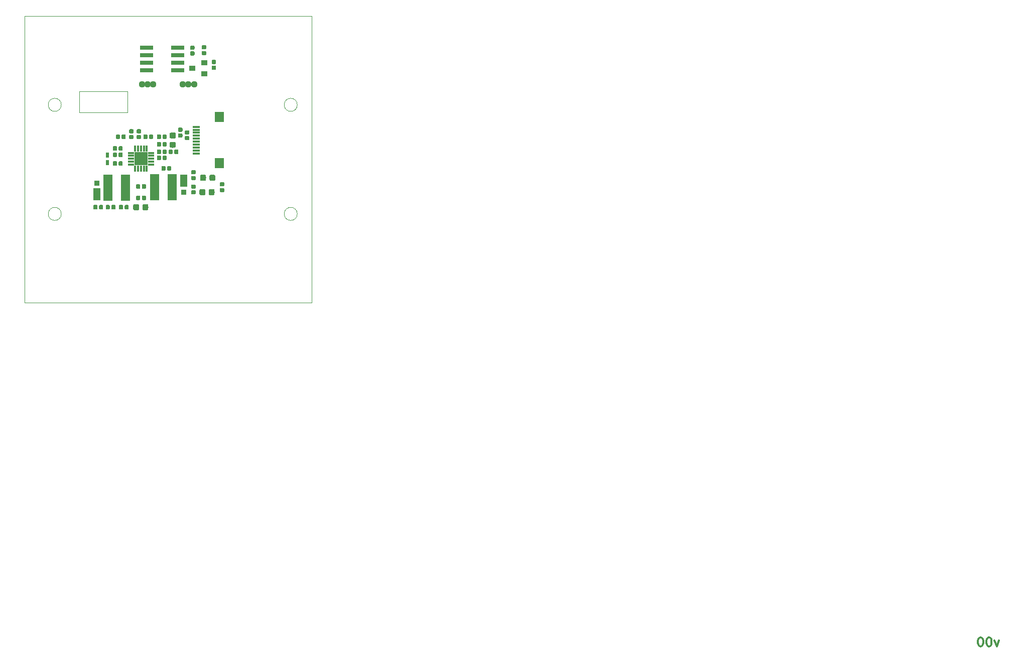
<source format=gbs>
G04 #@! TF.GenerationSoftware,KiCad,Pcbnew,(5.1.4)-1*
G04 #@! TF.CreationDate,2019-10-25T18:16:57-07:00*
G04 #@! TF.ProjectId,SolarCellZ_v1,536f6c61-7243-4656-9c6c-5a5f76312e6b,rev?*
G04 #@! TF.SameCoordinates,Original*
G04 #@! TF.FileFunction,Soldermask,Bot*
G04 #@! TF.FilePolarity,Negative*
%FSLAX46Y46*%
G04 Gerber Fmt 4.6, Leading zero omitted, Abs format (unit mm)*
G04 Created by KiCad (PCBNEW (5.1.4)-1) date 2019-10-25 18:16:57*
%MOMM*%
%LPD*%
G04 APERTURE LIST*
%ADD10C,0.050000*%
%ADD11C,0.300000*%
%ADD12C,1.117600*%
%ADD13R,2.311400X0.711200*%
%ADD14C,0.100000*%
%ADD15C,0.691600*%
%ADD16R,1.001600X0.901600*%
%ADD17R,0.901600X0.901600*%
%ADD18R,1.201600X2.101600*%
%ADD19C,0.976600*%
%ADD20R,0.627000X0.827000*%
%ADD21R,2.251600X2.251600*%
%ADD22R,0.401600X1.001600*%
%ADD23R,1.001600X0.401600*%
%ADD24R,1.601600X1.801600*%
%ADD25R,1.201600X0.351600*%
%ADD26R,1.562100X4.521200*%
G04 APERTURE END LIST*
D10*
X99200000Y-52750000D02*
X99200000Y-56250000D01*
X99200000Y-56250000D02*
X107400000Y-56250000D01*
X107400000Y-52750000D02*
X107400000Y-56250000D01*
X99200000Y-52750000D02*
X107400000Y-52750000D01*
X96200000Y-73400000D02*
G75*
G03X96200000Y-73400000I-1100000J0D01*
G01*
X136000000Y-73400000D02*
G75*
G03X136000000Y-73400000I-1100000J0D01*
G01*
X136000000Y-55000000D02*
G75*
G03X136000000Y-55000000I-1100000J0D01*
G01*
X96200000Y-55000000D02*
G75*
G03X96200000Y-55000000I-1100000J0D01*
G01*
X138400000Y-88400000D02*
X90000000Y-88400000D01*
X90000000Y-88400000D02*
X90000000Y-40000000D01*
X138400000Y-40000000D02*
X138400000Y-88400000D01*
X90000000Y-40000000D02*
X138400000Y-40000000D01*
D11*
X254325214Y-145347571D02*
X253968071Y-146347571D01*
X253610928Y-145347571D01*
X252753785Y-144847571D02*
X252610928Y-144847571D01*
X252468071Y-144919000D01*
X252396642Y-144990428D01*
X252325214Y-145133285D01*
X252253785Y-145419000D01*
X252253785Y-145776142D01*
X252325214Y-146061857D01*
X252396642Y-146204714D01*
X252468071Y-146276142D01*
X252610928Y-146347571D01*
X252753785Y-146347571D01*
X252896642Y-146276142D01*
X252968071Y-146204714D01*
X253039500Y-146061857D01*
X253110928Y-145776142D01*
X253110928Y-145419000D01*
X253039500Y-145133285D01*
X252968071Y-144990428D01*
X252896642Y-144919000D01*
X252753785Y-144847571D01*
X251325214Y-144847571D02*
X251182357Y-144847571D01*
X251039500Y-144919000D01*
X250968071Y-144990428D01*
X250896642Y-145133285D01*
X250825214Y-145419000D01*
X250825214Y-145776142D01*
X250896642Y-146061857D01*
X250968071Y-146204714D01*
X251039500Y-146276142D01*
X251182357Y-146347571D01*
X251325214Y-146347571D01*
X251468071Y-146276142D01*
X251539500Y-146204714D01*
X251610928Y-146061857D01*
X251682357Y-145776142D01*
X251682357Y-145419000D01*
X251610928Y-145133285D01*
X251539500Y-144990428D01*
X251468071Y-144919000D01*
X251325214Y-144847571D01*
D12*
X116700000Y-51500000D03*
X117650000Y-51500000D03*
X111700000Y-51500000D03*
X110750000Y-51500000D03*
X118600000Y-51500000D03*
X109800000Y-51500000D03*
D13*
X110604300Y-45339000D03*
X110604300Y-46609000D03*
X110604300Y-47879000D03*
X110604300Y-49149000D03*
X115836700Y-49149000D03*
X115836700Y-47879000D03*
X115836700Y-46609000D03*
X115836700Y-45339000D03*
D14*
G36*
X118515347Y-45017033D02*
G01*
X118532131Y-45019522D01*
X118548590Y-45023645D01*
X118564566Y-45029361D01*
X118579904Y-45036616D01*
X118594458Y-45045339D01*
X118608087Y-45055446D01*
X118620659Y-45066841D01*
X118632054Y-45079413D01*
X118642161Y-45093042D01*
X118650884Y-45107596D01*
X118658139Y-45122934D01*
X118663855Y-45138910D01*
X118667978Y-45155369D01*
X118670467Y-45172153D01*
X118671300Y-45189100D01*
X118671300Y-45534900D01*
X118670467Y-45551847D01*
X118667978Y-45568631D01*
X118663855Y-45585090D01*
X118658139Y-45601066D01*
X118650884Y-45616404D01*
X118642161Y-45630958D01*
X118632054Y-45644587D01*
X118620659Y-45657159D01*
X118608087Y-45668554D01*
X118594458Y-45678661D01*
X118579904Y-45687384D01*
X118564566Y-45694639D01*
X118548590Y-45700355D01*
X118532131Y-45704478D01*
X118515347Y-45706967D01*
X118498400Y-45707800D01*
X118102600Y-45707800D01*
X118085653Y-45706967D01*
X118068869Y-45704478D01*
X118052410Y-45700355D01*
X118036434Y-45694639D01*
X118021096Y-45687384D01*
X118006542Y-45678661D01*
X117992913Y-45668554D01*
X117980341Y-45657159D01*
X117968946Y-45644587D01*
X117958839Y-45630958D01*
X117950116Y-45616404D01*
X117942861Y-45601066D01*
X117937145Y-45585090D01*
X117933022Y-45568631D01*
X117930533Y-45551847D01*
X117929700Y-45534900D01*
X117929700Y-45189100D01*
X117930533Y-45172153D01*
X117933022Y-45155369D01*
X117937145Y-45138910D01*
X117942861Y-45122934D01*
X117950116Y-45107596D01*
X117958839Y-45093042D01*
X117968946Y-45079413D01*
X117980341Y-45066841D01*
X117992913Y-45055446D01*
X118006542Y-45045339D01*
X118021096Y-45036616D01*
X118036434Y-45029361D01*
X118052410Y-45023645D01*
X118068869Y-45019522D01*
X118085653Y-45017033D01*
X118102600Y-45016200D01*
X118498400Y-45016200D01*
X118515347Y-45017033D01*
X118515347Y-45017033D01*
G37*
D15*
X118300500Y-45362000D03*
D14*
G36*
X118515347Y-45987033D02*
G01*
X118532131Y-45989522D01*
X118548590Y-45993645D01*
X118564566Y-45999361D01*
X118579904Y-46006616D01*
X118594458Y-46015339D01*
X118608087Y-46025446D01*
X118620659Y-46036841D01*
X118632054Y-46049413D01*
X118642161Y-46063042D01*
X118650884Y-46077596D01*
X118658139Y-46092934D01*
X118663855Y-46108910D01*
X118667978Y-46125369D01*
X118670467Y-46142153D01*
X118671300Y-46159100D01*
X118671300Y-46504900D01*
X118670467Y-46521847D01*
X118667978Y-46538631D01*
X118663855Y-46555090D01*
X118658139Y-46571066D01*
X118650884Y-46586404D01*
X118642161Y-46600958D01*
X118632054Y-46614587D01*
X118620659Y-46627159D01*
X118608087Y-46638554D01*
X118594458Y-46648661D01*
X118579904Y-46657384D01*
X118564566Y-46664639D01*
X118548590Y-46670355D01*
X118532131Y-46674478D01*
X118515347Y-46676967D01*
X118498400Y-46677800D01*
X118102600Y-46677800D01*
X118085653Y-46676967D01*
X118068869Y-46674478D01*
X118052410Y-46670355D01*
X118036434Y-46664639D01*
X118021096Y-46657384D01*
X118006542Y-46648661D01*
X117992913Y-46638554D01*
X117980341Y-46627159D01*
X117968946Y-46614587D01*
X117958839Y-46600958D01*
X117950116Y-46586404D01*
X117942861Y-46571066D01*
X117937145Y-46555090D01*
X117933022Y-46538631D01*
X117930533Y-46521847D01*
X117929700Y-46504900D01*
X117929700Y-46159100D01*
X117930533Y-46142153D01*
X117933022Y-46125369D01*
X117937145Y-46108910D01*
X117942861Y-46092934D01*
X117950116Y-46077596D01*
X117958839Y-46063042D01*
X117968946Y-46049413D01*
X117980341Y-46036841D01*
X117992913Y-46025446D01*
X118006542Y-46015339D01*
X118021096Y-46006616D01*
X118036434Y-45999361D01*
X118052410Y-45993645D01*
X118068869Y-45989522D01*
X118085653Y-45987033D01*
X118102600Y-45986200D01*
X118498400Y-45986200D01*
X118515347Y-45987033D01*
X118515347Y-45987033D01*
G37*
D15*
X118300500Y-46332000D03*
D14*
G36*
X120483847Y-44953533D02*
G01*
X120500631Y-44956022D01*
X120517090Y-44960145D01*
X120533066Y-44965861D01*
X120548404Y-44973116D01*
X120562958Y-44981839D01*
X120576587Y-44991946D01*
X120589159Y-45003341D01*
X120600554Y-45015913D01*
X120610661Y-45029542D01*
X120619384Y-45044096D01*
X120626639Y-45059434D01*
X120632355Y-45075410D01*
X120636478Y-45091869D01*
X120638967Y-45108653D01*
X120639800Y-45125600D01*
X120639800Y-45471400D01*
X120638967Y-45488347D01*
X120636478Y-45505131D01*
X120632355Y-45521590D01*
X120626639Y-45537566D01*
X120619384Y-45552904D01*
X120610661Y-45567458D01*
X120600554Y-45581087D01*
X120589159Y-45593659D01*
X120576587Y-45605054D01*
X120562958Y-45615161D01*
X120548404Y-45623884D01*
X120533066Y-45631139D01*
X120517090Y-45636855D01*
X120500631Y-45640978D01*
X120483847Y-45643467D01*
X120466900Y-45644300D01*
X120071100Y-45644300D01*
X120054153Y-45643467D01*
X120037369Y-45640978D01*
X120020910Y-45636855D01*
X120004934Y-45631139D01*
X119989596Y-45623884D01*
X119975042Y-45615161D01*
X119961413Y-45605054D01*
X119948841Y-45593659D01*
X119937446Y-45581087D01*
X119927339Y-45567458D01*
X119918616Y-45552904D01*
X119911361Y-45537566D01*
X119905645Y-45521590D01*
X119901522Y-45505131D01*
X119899033Y-45488347D01*
X119898200Y-45471400D01*
X119898200Y-45125600D01*
X119899033Y-45108653D01*
X119901522Y-45091869D01*
X119905645Y-45075410D01*
X119911361Y-45059434D01*
X119918616Y-45044096D01*
X119927339Y-45029542D01*
X119937446Y-45015913D01*
X119948841Y-45003341D01*
X119961413Y-44991946D01*
X119975042Y-44981839D01*
X119989596Y-44973116D01*
X120004934Y-44965861D01*
X120020910Y-44960145D01*
X120037369Y-44956022D01*
X120054153Y-44953533D01*
X120071100Y-44952700D01*
X120466900Y-44952700D01*
X120483847Y-44953533D01*
X120483847Y-44953533D01*
G37*
D15*
X120269000Y-45298500D03*
D14*
G36*
X120483847Y-45923533D02*
G01*
X120500631Y-45926022D01*
X120517090Y-45930145D01*
X120533066Y-45935861D01*
X120548404Y-45943116D01*
X120562958Y-45951839D01*
X120576587Y-45961946D01*
X120589159Y-45973341D01*
X120600554Y-45985913D01*
X120610661Y-45999542D01*
X120619384Y-46014096D01*
X120626639Y-46029434D01*
X120632355Y-46045410D01*
X120636478Y-46061869D01*
X120638967Y-46078653D01*
X120639800Y-46095600D01*
X120639800Y-46441400D01*
X120638967Y-46458347D01*
X120636478Y-46475131D01*
X120632355Y-46491590D01*
X120626639Y-46507566D01*
X120619384Y-46522904D01*
X120610661Y-46537458D01*
X120600554Y-46551087D01*
X120589159Y-46563659D01*
X120576587Y-46575054D01*
X120562958Y-46585161D01*
X120548404Y-46593884D01*
X120533066Y-46601139D01*
X120517090Y-46606855D01*
X120500631Y-46610978D01*
X120483847Y-46613467D01*
X120466900Y-46614300D01*
X120071100Y-46614300D01*
X120054153Y-46613467D01*
X120037369Y-46610978D01*
X120020910Y-46606855D01*
X120004934Y-46601139D01*
X119989596Y-46593884D01*
X119975042Y-46585161D01*
X119961413Y-46575054D01*
X119948841Y-46563659D01*
X119937446Y-46551087D01*
X119927339Y-46537458D01*
X119918616Y-46522904D01*
X119911361Y-46507566D01*
X119905645Y-46491590D01*
X119901522Y-46475131D01*
X119899033Y-46458347D01*
X119898200Y-46441400D01*
X119898200Y-46095600D01*
X119899033Y-46078653D01*
X119901522Y-46061869D01*
X119905645Y-46045410D01*
X119911361Y-46029434D01*
X119918616Y-46014096D01*
X119927339Y-45999542D01*
X119937446Y-45985913D01*
X119948841Y-45973341D01*
X119961413Y-45961946D01*
X119975042Y-45951839D01*
X119989596Y-45943116D01*
X120004934Y-45935861D01*
X120020910Y-45930145D01*
X120037369Y-45926022D01*
X120054153Y-45923533D01*
X120071100Y-45922700D01*
X120466900Y-45922700D01*
X120483847Y-45923533D01*
X120483847Y-45923533D01*
G37*
D15*
X120269000Y-46268500D03*
D14*
G36*
X122134847Y-48400033D02*
G01*
X122151631Y-48402522D01*
X122168090Y-48406645D01*
X122184066Y-48412361D01*
X122199404Y-48419616D01*
X122213958Y-48428339D01*
X122227587Y-48438446D01*
X122240159Y-48449841D01*
X122251554Y-48462413D01*
X122261661Y-48476042D01*
X122270384Y-48490596D01*
X122277639Y-48505934D01*
X122283355Y-48521910D01*
X122287478Y-48538369D01*
X122289967Y-48555153D01*
X122290800Y-48572100D01*
X122290800Y-48917900D01*
X122289967Y-48934847D01*
X122287478Y-48951631D01*
X122283355Y-48968090D01*
X122277639Y-48984066D01*
X122270384Y-48999404D01*
X122261661Y-49013958D01*
X122251554Y-49027587D01*
X122240159Y-49040159D01*
X122227587Y-49051554D01*
X122213958Y-49061661D01*
X122199404Y-49070384D01*
X122184066Y-49077639D01*
X122168090Y-49083355D01*
X122151631Y-49087478D01*
X122134847Y-49089967D01*
X122117900Y-49090800D01*
X121722100Y-49090800D01*
X121705153Y-49089967D01*
X121688369Y-49087478D01*
X121671910Y-49083355D01*
X121655934Y-49077639D01*
X121640596Y-49070384D01*
X121626042Y-49061661D01*
X121612413Y-49051554D01*
X121599841Y-49040159D01*
X121588446Y-49027587D01*
X121578339Y-49013958D01*
X121569616Y-48999404D01*
X121562361Y-48984066D01*
X121556645Y-48968090D01*
X121552522Y-48951631D01*
X121550033Y-48934847D01*
X121549200Y-48917900D01*
X121549200Y-48572100D01*
X121550033Y-48555153D01*
X121552522Y-48538369D01*
X121556645Y-48521910D01*
X121562361Y-48505934D01*
X121569616Y-48490596D01*
X121578339Y-48476042D01*
X121588446Y-48462413D01*
X121599841Y-48449841D01*
X121612413Y-48438446D01*
X121626042Y-48428339D01*
X121640596Y-48419616D01*
X121655934Y-48412361D01*
X121671910Y-48406645D01*
X121688369Y-48402522D01*
X121705153Y-48400033D01*
X121722100Y-48399200D01*
X122117900Y-48399200D01*
X122134847Y-48400033D01*
X122134847Y-48400033D01*
G37*
D15*
X121920000Y-48745000D03*
D14*
G36*
X122134847Y-47430033D02*
G01*
X122151631Y-47432522D01*
X122168090Y-47436645D01*
X122184066Y-47442361D01*
X122199404Y-47449616D01*
X122213958Y-47458339D01*
X122227587Y-47468446D01*
X122240159Y-47479841D01*
X122251554Y-47492413D01*
X122261661Y-47506042D01*
X122270384Y-47520596D01*
X122277639Y-47535934D01*
X122283355Y-47551910D01*
X122287478Y-47568369D01*
X122289967Y-47585153D01*
X122290800Y-47602100D01*
X122290800Y-47947900D01*
X122289967Y-47964847D01*
X122287478Y-47981631D01*
X122283355Y-47998090D01*
X122277639Y-48014066D01*
X122270384Y-48029404D01*
X122261661Y-48043958D01*
X122251554Y-48057587D01*
X122240159Y-48070159D01*
X122227587Y-48081554D01*
X122213958Y-48091661D01*
X122199404Y-48100384D01*
X122184066Y-48107639D01*
X122168090Y-48113355D01*
X122151631Y-48117478D01*
X122134847Y-48119967D01*
X122117900Y-48120800D01*
X121722100Y-48120800D01*
X121705153Y-48119967D01*
X121688369Y-48117478D01*
X121671910Y-48113355D01*
X121655934Y-48107639D01*
X121640596Y-48100384D01*
X121626042Y-48091661D01*
X121612413Y-48081554D01*
X121599841Y-48070159D01*
X121588446Y-48057587D01*
X121578339Y-48043958D01*
X121569616Y-48029404D01*
X121562361Y-48014066D01*
X121556645Y-47998090D01*
X121552522Y-47981631D01*
X121550033Y-47964847D01*
X121549200Y-47947900D01*
X121549200Y-47602100D01*
X121550033Y-47585153D01*
X121552522Y-47568369D01*
X121556645Y-47551910D01*
X121562361Y-47535934D01*
X121569616Y-47520596D01*
X121578339Y-47506042D01*
X121588446Y-47492413D01*
X121599841Y-47479841D01*
X121612413Y-47468446D01*
X121626042Y-47458339D01*
X121640596Y-47449616D01*
X121655934Y-47442361D01*
X121671910Y-47436645D01*
X121688369Y-47432522D01*
X121705153Y-47430033D01*
X121722100Y-47429200D01*
X122117900Y-47429200D01*
X122134847Y-47430033D01*
X122134847Y-47430033D01*
G37*
D15*
X121920000Y-47775000D03*
D16*
X118316500Y-48831500D03*
X120316500Y-49781500D03*
X120316500Y-47881500D03*
D17*
X102235000Y-68219000D03*
D18*
X102235000Y-70119000D03*
D14*
G36*
X123531847Y-69037533D02*
G01*
X123548631Y-69040022D01*
X123565090Y-69044145D01*
X123581066Y-69049861D01*
X123596404Y-69057116D01*
X123610958Y-69065839D01*
X123624587Y-69075946D01*
X123637159Y-69087341D01*
X123648554Y-69099913D01*
X123658661Y-69113542D01*
X123667384Y-69128096D01*
X123674639Y-69143434D01*
X123680355Y-69159410D01*
X123684478Y-69175869D01*
X123686967Y-69192653D01*
X123687800Y-69209600D01*
X123687800Y-69555400D01*
X123686967Y-69572347D01*
X123684478Y-69589131D01*
X123680355Y-69605590D01*
X123674639Y-69621566D01*
X123667384Y-69636904D01*
X123658661Y-69651458D01*
X123648554Y-69665087D01*
X123637159Y-69677659D01*
X123624587Y-69689054D01*
X123610958Y-69699161D01*
X123596404Y-69707884D01*
X123581066Y-69715139D01*
X123565090Y-69720855D01*
X123548631Y-69724978D01*
X123531847Y-69727467D01*
X123514900Y-69728300D01*
X123119100Y-69728300D01*
X123102153Y-69727467D01*
X123085369Y-69724978D01*
X123068910Y-69720855D01*
X123052934Y-69715139D01*
X123037596Y-69707884D01*
X123023042Y-69699161D01*
X123009413Y-69689054D01*
X122996841Y-69677659D01*
X122985446Y-69665087D01*
X122975339Y-69651458D01*
X122966616Y-69636904D01*
X122959361Y-69621566D01*
X122953645Y-69605590D01*
X122949522Y-69589131D01*
X122947033Y-69572347D01*
X122946200Y-69555400D01*
X122946200Y-69209600D01*
X122947033Y-69192653D01*
X122949522Y-69175869D01*
X122953645Y-69159410D01*
X122959361Y-69143434D01*
X122966616Y-69128096D01*
X122975339Y-69113542D01*
X122985446Y-69099913D01*
X122996841Y-69087341D01*
X123009413Y-69075946D01*
X123023042Y-69065839D01*
X123037596Y-69057116D01*
X123052934Y-69049861D01*
X123068910Y-69044145D01*
X123085369Y-69040022D01*
X123102153Y-69037533D01*
X123119100Y-69036700D01*
X123514900Y-69036700D01*
X123531847Y-69037533D01*
X123531847Y-69037533D01*
G37*
D15*
X123317000Y-69382500D03*
D14*
G36*
X123531847Y-68067533D02*
G01*
X123548631Y-68070022D01*
X123565090Y-68074145D01*
X123581066Y-68079861D01*
X123596404Y-68087116D01*
X123610958Y-68095839D01*
X123624587Y-68105946D01*
X123637159Y-68117341D01*
X123648554Y-68129913D01*
X123658661Y-68143542D01*
X123667384Y-68158096D01*
X123674639Y-68173434D01*
X123680355Y-68189410D01*
X123684478Y-68205869D01*
X123686967Y-68222653D01*
X123687800Y-68239600D01*
X123687800Y-68585400D01*
X123686967Y-68602347D01*
X123684478Y-68619131D01*
X123680355Y-68635590D01*
X123674639Y-68651566D01*
X123667384Y-68666904D01*
X123658661Y-68681458D01*
X123648554Y-68695087D01*
X123637159Y-68707659D01*
X123624587Y-68719054D01*
X123610958Y-68729161D01*
X123596404Y-68737884D01*
X123581066Y-68745139D01*
X123565090Y-68750855D01*
X123548631Y-68754978D01*
X123531847Y-68757467D01*
X123514900Y-68758300D01*
X123119100Y-68758300D01*
X123102153Y-68757467D01*
X123085369Y-68754978D01*
X123068910Y-68750855D01*
X123052934Y-68745139D01*
X123037596Y-68737884D01*
X123023042Y-68729161D01*
X123009413Y-68719054D01*
X122996841Y-68707659D01*
X122985446Y-68695087D01*
X122975339Y-68681458D01*
X122966616Y-68666904D01*
X122959361Y-68651566D01*
X122953645Y-68635590D01*
X122949522Y-68619131D01*
X122947033Y-68602347D01*
X122946200Y-68585400D01*
X122946200Y-68239600D01*
X122947033Y-68222653D01*
X122949522Y-68205869D01*
X122953645Y-68189410D01*
X122959361Y-68173434D01*
X122966616Y-68158096D01*
X122975339Y-68143542D01*
X122985446Y-68129913D01*
X122996841Y-68117341D01*
X123009413Y-68105946D01*
X123023042Y-68095839D01*
X123037596Y-68087116D01*
X123052934Y-68079861D01*
X123068910Y-68074145D01*
X123085369Y-68070022D01*
X123102153Y-68067533D01*
X123119100Y-68066700D01*
X123514900Y-68066700D01*
X123531847Y-68067533D01*
X123531847Y-68067533D01*
G37*
D15*
X123317000Y-68412500D03*
D14*
G36*
X115304081Y-61260376D02*
G01*
X115327781Y-61263891D01*
X115351023Y-61269713D01*
X115373582Y-61277785D01*
X115395242Y-61288029D01*
X115415792Y-61300347D01*
X115435037Y-61314619D01*
X115452790Y-61330710D01*
X115468881Y-61348463D01*
X115483153Y-61367708D01*
X115495471Y-61388258D01*
X115505715Y-61409918D01*
X115513787Y-61432477D01*
X115519609Y-61455719D01*
X115523124Y-61479419D01*
X115524300Y-61503350D01*
X115524300Y-61991650D01*
X115523124Y-62015581D01*
X115519609Y-62039281D01*
X115513787Y-62062523D01*
X115505715Y-62085082D01*
X115495471Y-62106742D01*
X115483153Y-62127292D01*
X115468881Y-62146537D01*
X115452790Y-62164290D01*
X115435037Y-62180381D01*
X115415792Y-62194653D01*
X115395242Y-62206971D01*
X115373582Y-62217215D01*
X115351023Y-62225287D01*
X115327781Y-62231109D01*
X115304081Y-62234624D01*
X115280150Y-62235800D01*
X114716850Y-62235800D01*
X114692919Y-62234624D01*
X114669219Y-62231109D01*
X114645977Y-62225287D01*
X114623418Y-62217215D01*
X114601758Y-62206971D01*
X114581208Y-62194653D01*
X114561963Y-62180381D01*
X114544210Y-62164290D01*
X114528119Y-62146537D01*
X114513847Y-62127292D01*
X114501529Y-62106742D01*
X114491285Y-62085082D01*
X114483213Y-62062523D01*
X114477391Y-62039281D01*
X114473876Y-62015581D01*
X114472700Y-61991650D01*
X114472700Y-61503350D01*
X114473876Y-61479419D01*
X114477391Y-61455719D01*
X114483213Y-61432477D01*
X114491285Y-61409918D01*
X114501529Y-61388258D01*
X114513847Y-61367708D01*
X114528119Y-61348463D01*
X114544210Y-61330710D01*
X114561963Y-61314619D01*
X114581208Y-61300347D01*
X114601758Y-61288029D01*
X114623418Y-61277785D01*
X114645977Y-61269713D01*
X114669219Y-61263891D01*
X114692919Y-61260376D01*
X114716850Y-61259200D01*
X115280150Y-61259200D01*
X115304081Y-61260376D01*
X115304081Y-61260376D01*
G37*
D19*
X114998500Y-61747500D03*
D14*
G36*
X115304081Y-59685376D02*
G01*
X115327781Y-59688891D01*
X115351023Y-59694713D01*
X115373582Y-59702785D01*
X115395242Y-59713029D01*
X115415792Y-59725347D01*
X115435037Y-59739619D01*
X115452790Y-59755710D01*
X115468881Y-59773463D01*
X115483153Y-59792708D01*
X115495471Y-59813258D01*
X115505715Y-59834918D01*
X115513787Y-59857477D01*
X115519609Y-59880719D01*
X115523124Y-59904419D01*
X115524300Y-59928350D01*
X115524300Y-60416650D01*
X115523124Y-60440581D01*
X115519609Y-60464281D01*
X115513787Y-60487523D01*
X115505715Y-60510082D01*
X115495471Y-60531742D01*
X115483153Y-60552292D01*
X115468881Y-60571537D01*
X115452790Y-60589290D01*
X115435037Y-60605381D01*
X115415792Y-60619653D01*
X115395242Y-60631971D01*
X115373582Y-60642215D01*
X115351023Y-60650287D01*
X115327781Y-60656109D01*
X115304081Y-60659624D01*
X115280150Y-60660800D01*
X114716850Y-60660800D01*
X114692919Y-60659624D01*
X114669219Y-60656109D01*
X114645977Y-60650287D01*
X114623418Y-60642215D01*
X114601758Y-60631971D01*
X114581208Y-60619653D01*
X114561963Y-60605381D01*
X114544210Y-60589290D01*
X114528119Y-60571537D01*
X114513847Y-60552292D01*
X114501529Y-60531742D01*
X114491285Y-60510082D01*
X114483213Y-60487523D01*
X114477391Y-60464281D01*
X114473876Y-60440581D01*
X114472700Y-60416650D01*
X114472700Y-59928350D01*
X114473876Y-59904419D01*
X114477391Y-59880719D01*
X114483213Y-59857477D01*
X114491285Y-59834918D01*
X114501529Y-59813258D01*
X114513847Y-59792708D01*
X114528119Y-59773463D01*
X114544210Y-59755710D01*
X114561963Y-59739619D01*
X114581208Y-59725347D01*
X114601758Y-59713029D01*
X114623418Y-59702785D01*
X114645977Y-59694713D01*
X114669219Y-59688891D01*
X114692919Y-59685376D01*
X114716850Y-59684200D01*
X115280150Y-59684200D01*
X115304081Y-59685376D01*
X115304081Y-59685376D01*
G37*
D19*
X114998500Y-60172500D03*
D14*
G36*
X110319007Y-70332689D02*
G01*
X110335791Y-70335178D01*
X110352250Y-70339301D01*
X110368226Y-70345017D01*
X110383564Y-70352272D01*
X110398118Y-70360995D01*
X110411747Y-70371102D01*
X110424319Y-70382497D01*
X110435714Y-70395069D01*
X110445821Y-70408698D01*
X110454544Y-70423252D01*
X110461799Y-70438590D01*
X110467515Y-70454566D01*
X110471638Y-70471025D01*
X110474127Y-70487809D01*
X110474960Y-70504756D01*
X110474960Y-70900556D01*
X110474127Y-70917503D01*
X110471638Y-70934287D01*
X110467515Y-70950746D01*
X110461799Y-70966722D01*
X110454544Y-70982060D01*
X110445821Y-70996614D01*
X110435714Y-71010243D01*
X110424319Y-71022815D01*
X110411747Y-71034210D01*
X110398118Y-71044317D01*
X110383564Y-71053040D01*
X110368226Y-71060295D01*
X110352250Y-71066011D01*
X110335791Y-71070134D01*
X110319007Y-71072623D01*
X110302060Y-71073456D01*
X109956260Y-71073456D01*
X109939313Y-71072623D01*
X109922529Y-71070134D01*
X109906070Y-71066011D01*
X109890094Y-71060295D01*
X109874756Y-71053040D01*
X109860202Y-71044317D01*
X109846573Y-71034210D01*
X109834001Y-71022815D01*
X109822606Y-71010243D01*
X109812499Y-70996614D01*
X109803776Y-70982060D01*
X109796521Y-70966722D01*
X109790805Y-70950746D01*
X109786682Y-70934287D01*
X109784193Y-70917503D01*
X109783360Y-70900556D01*
X109783360Y-70504756D01*
X109784193Y-70487809D01*
X109786682Y-70471025D01*
X109790805Y-70454566D01*
X109796521Y-70438590D01*
X109803776Y-70423252D01*
X109812499Y-70408698D01*
X109822606Y-70395069D01*
X109834001Y-70382497D01*
X109846573Y-70371102D01*
X109860202Y-70360995D01*
X109874756Y-70352272D01*
X109890094Y-70345017D01*
X109906070Y-70339301D01*
X109922529Y-70335178D01*
X109939313Y-70332689D01*
X109956260Y-70331856D01*
X110302060Y-70331856D01*
X110319007Y-70332689D01*
X110319007Y-70332689D01*
G37*
D15*
X110129160Y-70702656D03*
D14*
G36*
X109349007Y-70332689D02*
G01*
X109365791Y-70335178D01*
X109382250Y-70339301D01*
X109398226Y-70345017D01*
X109413564Y-70352272D01*
X109428118Y-70360995D01*
X109441747Y-70371102D01*
X109454319Y-70382497D01*
X109465714Y-70395069D01*
X109475821Y-70408698D01*
X109484544Y-70423252D01*
X109491799Y-70438590D01*
X109497515Y-70454566D01*
X109501638Y-70471025D01*
X109504127Y-70487809D01*
X109504960Y-70504756D01*
X109504960Y-70900556D01*
X109504127Y-70917503D01*
X109501638Y-70934287D01*
X109497515Y-70950746D01*
X109491799Y-70966722D01*
X109484544Y-70982060D01*
X109475821Y-70996614D01*
X109465714Y-71010243D01*
X109454319Y-71022815D01*
X109441747Y-71034210D01*
X109428118Y-71044317D01*
X109413564Y-71053040D01*
X109398226Y-71060295D01*
X109382250Y-71066011D01*
X109365791Y-71070134D01*
X109349007Y-71072623D01*
X109332060Y-71073456D01*
X108986260Y-71073456D01*
X108969313Y-71072623D01*
X108952529Y-71070134D01*
X108936070Y-71066011D01*
X108920094Y-71060295D01*
X108904756Y-71053040D01*
X108890202Y-71044317D01*
X108876573Y-71034210D01*
X108864001Y-71022815D01*
X108852606Y-71010243D01*
X108842499Y-70996614D01*
X108833776Y-70982060D01*
X108826521Y-70966722D01*
X108820805Y-70950746D01*
X108816682Y-70934287D01*
X108814193Y-70917503D01*
X108813360Y-70900556D01*
X108813360Y-70504756D01*
X108814193Y-70487809D01*
X108816682Y-70471025D01*
X108820805Y-70454566D01*
X108826521Y-70438590D01*
X108833776Y-70423252D01*
X108842499Y-70408698D01*
X108852606Y-70395069D01*
X108864001Y-70382497D01*
X108876573Y-70371102D01*
X108890202Y-70360995D01*
X108904756Y-70352272D01*
X108920094Y-70345017D01*
X108936070Y-70339301D01*
X108952529Y-70335178D01*
X108969313Y-70332689D01*
X108986260Y-70331856D01*
X109332060Y-70331856D01*
X109349007Y-70332689D01*
X109349007Y-70332689D01*
G37*
D15*
X109159160Y-70702656D03*
D14*
G36*
X121959581Y-66785376D02*
G01*
X121983281Y-66788891D01*
X122006523Y-66794713D01*
X122029082Y-66802785D01*
X122050742Y-66813029D01*
X122071292Y-66825347D01*
X122090537Y-66839619D01*
X122108290Y-66855710D01*
X122124381Y-66873463D01*
X122138653Y-66892708D01*
X122150971Y-66913258D01*
X122161215Y-66934918D01*
X122169287Y-66957477D01*
X122175109Y-66980719D01*
X122178624Y-67004419D01*
X122179800Y-67028350D01*
X122179800Y-67591650D01*
X122178624Y-67615581D01*
X122175109Y-67639281D01*
X122169287Y-67662523D01*
X122161215Y-67685082D01*
X122150971Y-67706742D01*
X122138653Y-67727292D01*
X122124381Y-67746537D01*
X122108290Y-67764290D01*
X122090537Y-67780381D01*
X122071292Y-67794653D01*
X122050742Y-67806971D01*
X122029082Y-67817215D01*
X122006523Y-67825287D01*
X121983281Y-67831109D01*
X121959581Y-67834624D01*
X121935650Y-67835800D01*
X121447350Y-67835800D01*
X121423419Y-67834624D01*
X121399719Y-67831109D01*
X121376477Y-67825287D01*
X121353918Y-67817215D01*
X121332258Y-67806971D01*
X121311708Y-67794653D01*
X121292463Y-67780381D01*
X121274710Y-67764290D01*
X121258619Y-67746537D01*
X121244347Y-67727292D01*
X121232029Y-67706742D01*
X121221785Y-67685082D01*
X121213713Y-67662523D01*
X121207891Y-67639281D01*
X121204376Y-67615581D01*
X121203200Y-67591650D01*
X121203200Y-67028350D01*
X121204376Y-67004419D01*
X121207891Y-66980719D01*
X121213713Y-66957477D01*
X121221785Y-66934918D01*
X121232029Y-66913258D01*
X121244347Y-66892708D01*
X121258619Y-66873463D01*
X121274710Y-66855710D01*
X121292463Y-66839619D01*
X121311708Y-66825347D01*
X121332258Y-66813029D01*
X121353918Y-66802785D01*
X121376477Y-66794713D01*
X121399719Y-66788891D01*
X121423419Y-66785376D01*
X121447350Y-66784200D01*
X121935650Y-66784200D01*
X121959581Y-66785376D01*
X121959581Y-66785376D01*
G37*
D19*
X121691500Y-67310000D03*
D14*
G36*
X120384581Y-66785376D02*
G01*
X120408281Y-66788891D01*
X120431523Y-66794713D01*
X120454082Y-66802785D01*
X120475742Y-66813029D01*
X120496292Y-66825347D01*
X120515537Y-66839619D01*
X120533290Y-66855710D01*
X120549381Y-66873463D01*
X120563653Y-66892708D01*
X120575971Y-66913258D01*
X120586215Y-66934918D01*
X120594287Y-66957477D01*
X120600109Y-66980719D01*
X120603624Y-67004419D01*
X120604800Y-67028350D01*
X120604800Y-67591650D01*
X120603624Y-67615581D01*
X120600109Y-67639281D01*
X120594287Y-67662523D01*
X120586215Y-67685082D01*
X120575971Y-67706742D01*
X120563653Y-67727292D01*
X120549381Y-67746537D01*
X120533290Y-67764290D01*
X120515537Y-67780381D01*
X120496292Y-67794653D01*
X120475742Y-67806971D01*
X120454082Y-67817215D01*
X120431523Y-67825287D01*
X120408281Y-67831109D01*
X120384581Y-67834624D01*
X120360650Y-67835800D01*
X119872350Y-67835800D01*
X119848419Y-67834624D01*
X119824719Y-67831109D01*
X119801477Y-67825287D01*
X119778918Y-67817215D01*
X119757258Y-67806971D01*
X119736708Y-67794653D01*
X119717463Y-67780381D01*
X119699710Y-67764290D01*
X119683619Y-67746537D01*
X119669347Y-67727292D01*
X119657029Y-67706742D01*
X119646785Y-67685082D01*
X119638713Y-67662523D01*
X119632891Y-67639281D01*
X119629376Y-67615581D01*
X119628200Y-67591650D01*
X119628200Y-67028350D01*
X119629376Y-67004419D01*
X119632891Y-66980719D01*
X119638713Y-66957477D01*
X119646785Y-66934918D01*
X119657029Y-66913258D01*
X119669347Y-66892708D01*
X119683619Y-66873463D01*
X119699710Y-66855710D01*
X119717463Y-66839619D01*
X119736708Y-66825347D01*
X119757258Y-66813029D01*
X119778918Y-66802785D01*
X119801477Y-66794713D01*
X119824719Y-66788891D01*
X119848419Y-66785376D01*
X119872350Y-66784200D01*
X120360650Y-66784200D01*
X120384581Y-66785376D01*
X120384581Y-66785376D01*
G37*
D19*
X120116500Y-67310000D03*
D20*
X103949500Y-64770000D03*
X103949500Y-63470000D03*
D21*
X109624160Y-64098656D03*
D22*
X108624160Y-65798656D03*
X109124160Y-65798656D03*
X109624160Y-65798656D03*
X110124160Y-65798656D03*
X110624160Y-65798656D03*
D23*
X111324160Y-65098656D03*
X111324160Y-64598656D03*
X111324160Y-64098656D03*
X111324160Y-63598656D03*
X111324160Y-63098656D03*
D22*
X110624160Y-62398656D03*
X110124160Y-62398656D03*
X109624160Y-62398656D03*
X109124160Y-62398656D03*
X108624160Y-62398656D03*
D23*
X107924160Y-63098656D03*
X107924160Y-63598656D03*
X107924160Y-64098656D03*
X107924160Y-64598656D03*
X107924160Y-65098656D03*
D17*
X116840000Y-69703000D03*
D18*
X116840000Y-67803000D03*
D14*
G36*
X106910347Y-60018533D02*
G01*
X106927131Y-60021022D01*
X106943590Y-60025145D01*
X106959566Y-60030861D01*
X106974904Y-60038116D01*
X106989458Y-60046839D01*
X107003087Y-60056946D01*
X107015659Y-60068341D01*
X107027054Y-60080913D01*
X107037161Y-60094542D01*
X107045884Y-60109096D01*
X107053139Y-60124434D01*
X107058855Y-60140410D01*
X107062978Y-60156869D01*
X107065467Y-60173653D01*
X107066300Y-60190600D01*
X107066300Y-60586400D01*
X107065467Y-60603347D01*
X107062978Y-60620131D01*
X107058855Y-60636590D01*
X107053139Y-60652566D01*
X107045884Y-60667904D01*
X107037161Y-60682458D01*
X107027054Y-60696087D01*
X107015659Y-60708659D01*
X107003087Y-60720054D01*
X106989458Y-60730161D01*
X106974904Y-60738884D01*
X106959566Y-60746139D01*
X106943590Y-60751855D01*
X106927131Y-60755978D01*
X106910347Y-60758467D01*
X106893400Y-60759300D01*
X106547600Y-60759300D01*
X106530653Y-60758467D01*
X106513869Y-60755978D01*
X106497410Y-60751855D01*
X106481434Y-60746139D01*
X106466096Y-60738884D01*
X106451542Y-60730161D01*
X106437913Y-60720054D01*
X106425341Y-60708659D01*
X106413946Y-60696087D01*
X106403839Y-60682458D01*
X106395116Y-60667904D01*
X106387861Y-60652566D01*
X106382145Y-60636590D01*
X106378022Y-60620131D01*
X106375533Y-60603347D01*
X106374700Y-60586400D01*
X106374700Y-60190600D01*
X106375533Y-60173653D01*
X106378022Y-60156869D01*
X106382145Y-60140410D01*
X106387861Y-60124434D01*
X106395116Y-60109096D01*
X106403839Y-60094542D01*
X106413946Y-60080913D01*
X106425341Y-60068341D01*
X106437913Y-60056946D01*
X106451542Y-60046839D01*
X106466096Y-60038116D01*
X106481434Y-60030861D01*
X106497410Y-60025145D01*
X106513869Y-60021022D01*
X106530653Y-60018533D01*
X106547600Y-60017700D01*
X106893400Y-60017700D01*
X106910347Y-60018533D01*
X106910347Y-60018533D01*
G37*
D15*
X106720500Y-60388500D03*
D14*
G36*
X105940347Y-60018533D02*
G01*
X105957131Y-60021022D01*
X105973590Y-60025145D01*
X105989566Y-60030861D01*
X106004904Y-60038116D01*
X106019458Y-60046839D01*
X106033087Y-60056946D01*
X106045659Y-60068341D01*
X106057054Y-60080913D01*
X106067161Y-60094542D01*
X106075884Y-60109096D01*
X106083139Y-60124434D01*
X106088855Y-60140410D01*
X106092978Y-60156869D01*
X106095467Y-60173653D01*
X106096300Y-60190600D01*
X106096300Y-60586400D01*
X106095467Y-60603347D01*
X106092978Y-60620131D01*
X106088855Y-60636590D01*
X106083139Y-60652566D01*
X106075884Y-60667904D01*
X106067161Y-60682458D01*
X106057054Y-60696087D01*
X106045659Y-60708659D01*
X106033087Y-60720054D01*
X106019458Y-60730161D01*
X106004904Y-60738884D01*
X105989566Y-60746139D01*
X105973590Y-60751855D01*
X105957131Y-60755978D01*
X105940347Y-60758467D01*
X105923400Y-60759300D01*
X105577600Y-60759300D01*
X105560653Y-60758467D01*
X105543869Y-60755978D01*
X105527410Y-60751855D01*
X105511434Y-60746139D01*
X105496096Y-60738884D01*
X105481542Y-60730161D01*
X105467913Y-60720054D01*
X105455341Y-60708659D01*
X105443946Y-60696087D01*
X105433839Y-60682458D01*
X105425116Y-60667904D01*
X105417861Y-60652566D01*
X105412145Y-60636590D01*
X105408022Y-60620131D01*
X105405533Y-60603347D01*
X105404700Y-60586400D01*
X105404700Y-60190600D01*
X105405533Y-60173653D01*
X105408022Y-60156869D01*
X105412145Y-60140410D01*
X105417861Y-60124434D01*
X105425116Y-60109096D01*
X105433839Y-60094542D01*
X105443946Y-60080913D01*
X105455341Y-60068341D01*
X105467913Y-60056946D01*
X105481542Y-60046839D01*
X105496096Y-60038116D01*
X105511434Y-60030861D01*
X105527410Y-60025145D01*
X105543869Y-60021022D01*
X105560653Y-60018533D01*
X105577600Y-60017700D01*
X105923400Y-60017700D01*
X105940347Y-60018533D01*
X105940347Y-60018533D01*
G37*
D15*
X105750500Y-60388500D03*
D14*
G36*
X108228347Y-59114033D02*
G01*
X108245131Y-59116522D01*
X108261590Y-59120645D01*
X108277566Y-59126361D01*
X108292904Y-59133616D01*
X108307458Y-59142339D01*
X108321087Y-59152446D01*
X108333659Y-59163841D01*
X108345054Y-59176413D01*
X108355161Y-59190042D01*
X108363884Y-59204596D01*
X108371139Y-59219934D01*
X108376855Y-59235910D01*
X108380978Y-59252369D01*
X108383467Y-59269153D01*
X108384300Y-59286100D01*
X108384300Y-59631900D01*
X108383467Y-59648847D01*
X108380978Y-59665631D01*
X108376855Y-59682090D01*
X108371139Y-59698066D01*
X108363884Y-59713404D01*
X108355161Y-59727958D01*
X108345054Y-59741587D01*
X108333659Y-59754159D01*
X108321087Y-59765554D01*
X108307458Y-59775661D01*
X108292904Y-59784384D01*
X108277566Y-59791639D01*
X108261590Y-59797355D01*
X108245131Y-59801478D01*
X108228347Y-59803967D01*
X108211400Y-59804800D01*
X107815600Y-59804800D01*
X107798653Y-59803967D01*
X107781869Y-59801478D01*
X107765410Y-59797355D01*
X107749434Y-59791639D01*
X107734096Y-59784384D01*
X107719542Y-59775661D01*
X107705913Y-59765554D01*
X107693341Y-59754159D01*
X107681946Y-59741587D01*
X107671839Y-59727958D01*
X107663116Y-59713404D01*
X107655861Y-59698066D01*
X107650145Y-59682090D01*
X107646022Y-59665631D01*
X107643533Y-59648847D01*
X107642700Y-59631900D01*
X107642700Y-59286100D01*
X107643533Y-59269153D01*
X107646022Y-59252369D01*
X107650145Y-59235910D01*
X107655861Y-59219934D01*
X107663116Y-59204596D01*
X107671839Y-59190042D01*
X107681946Y-59176413D01*
X107693341Y-59163841D01*
X107705913Y-59152446D01*
X107719542Y-59142339D01*
X107734096Y-59133616D01*
X107749434Y-59126361D01*
X107765410Y-59120645D01*
X107781869Y-59116522D01*
X107798653Y-59114033D01*
X107815600Y-59113200D01*
X108211400Y-59113200D01*
X108228347Y-59114033D01*
X108228347Y-59114033D01*
G37*
D15*
X108013500Y-59459000D03*
D14*
G36*
X108228347Y-60084033D02*
G01*
X108245131Y-60086522D01*
X108261590Y-60090645D01*
X108277566Y-60096361D01*
X108292904Y-60103616D01*
X108307458Y-60112339D01*
X108321087Y-60122446D01*
X108333659Y-60133841D01*
X108345054Y-60146413D01*
X108355161Y-60160042D01*
X108363884Y-60174596D01*
X108371139Y-60189934D01*
X108376855Y-60205910D01*
X108380978Y-60222369D01*
X108383467Y-60239153D01*
X108384300Y-60256100D01*
X108384300Y-60601900D01*
X108383467Y-60618847D01*
X108380978Y-60635631D01*
X108376855Y-60652090D01*
X108371139Y-60668066D01*
X108363884Y-60683404D01*
X108355161Y-60697958D01*
X108345054Y-60711587D01*
X108333659Y-60724159D01*
X108321087Y-60735554D01*
X108307458Y-60745661D01*
X108292904Y-60754384D01*
X108277566Y-60761639D01*
X108261590Y-60767355D01*
X108245131Y-60771478D01*
X108228347Y-60773967D01*
X108211400Y-60774800D01*
X107815600Y-60774800D01*
X107798653Y-60773967D01*
X107781869Y-60771478D01*
X107765410Y-60767355D01*
X107749434Y-60761639D01*
X107734096Y-60754384D01*
X107719542Y-60745661D01*
X107705913Y-60735554D01*
X107693341Y-60724159D01*
X107681946Y-60711587D01*
X107671839Y-60697958D01*
X107663116Y-60683404D01*
X107655861Y-60668066D01*
X107650145Y-60652090D01*
X107646022Y-60635631D01*
X107643533Y-60618847D01*
X107642700Y-60601900D01*
X107642700Y-60256100D01*
X107643533Y-60239153D01*
X107646022Y-60222369D01*
X107650145Y-60205910D01*
X107655861Y-60189934D01*
X107663116Y-60174596D01*
X107671839Y-60160042D01*
X107681946Y-60146413D01*
X107693341Y-60133841D01*
X107705913Y-60122446D01*
X107719542Y-60112339D01*
X107734096Y-60103616D01*
X107749434Y-60096361D01*
X107765410Y-60090645D01*
X107781869Y-60086522D01*
X107798653Y-60084033D01*
X107815600Y-60083200D01*
X108211400Y-60083200D01*
X108228347Y-60084033D01*
X108228347Y-60084033D01*
G37*
D15*
X108013500Y-60429000D03*
D14*
G36*
X106448347Y-71893033D02*
G01*
X106465131Y-71895522D01*
X106481590Y-71899645D01*
X106497566Y-71905361D01*
X106512904Y-71912616D01*
X106527458Y-71921339D01*
X106541087Y-71931446D01*
X106553659Y-71942841D01*
X106565054Y-71955413D01*
X106575161Y-71969042D01*
X106583884Y-71983596D01*
X106591139Y-71998934D01*
X106596855Y-72014910D01*
X106600978Y-72031369D01*
X106603467Y-72048153D01*
X106604300Y-72065100D01*
X106604300Y-72460900D01*
X106603467Y-72477847D01*
X106600978Y-72494631D01*
X106596855Y-72511090D01*
X106591139Y-72527066D01*
X106583884Y-72542404D01*
X106575161Y-72556958D01*
X106565054Y-72570587D01*
X106553659Y-72583159D01*
X106541087Y-72594554D01*
X106527458Y-72604661D01*
X106512904Y-72613384D01*
X106497566Y-72620639D01*
X106481590Y-72626355D01*
X106465131Y-72630478D01*
X106448347Y-72632967D01*
X106431400Y-72633800D01*
X106085600Y-72633800D01*
X106068653Y-72632967D01*
X106051869Y-72630478D01*
X106035410Y-72626355D01*
X106019434Y-72620639D01*
X106004096Y-72613384D01*
X105989542Y-72604661D01*
X105975913Y-72594554D01*
X105963341Y-72583159D01*
X105951946Y-72570587D01*
X105941839Y-72556958D01*
X105933116Y-72542404D01*
X105925861Y-72527066D01*
X105920145Y-72511090D01*
X105916022Y-72494631D01*
X105913533Y-72477847D01*
X105912700Y-72460900D01*
X105912700Y-72065100D01*
X105913533Y-72048153D01*
X105916022Y-72031369D01*
X105920145Y-72014910D01*
X105925861Y-71998934D01*
X105933116Y-71983596D01*
X105941839Y-71969042D01*
X105951946Y-71955413D01*
X105963341Y-71942841D01*
X105975913Y-71931446D01*
X105989542Y-71921339D01*
X106004096Y-71912616D01*
X106019434Y-71905361D01*
X106035410Y-71899645D01*
X106051869Y-71895522D01*
X106068653Y-71893033D01*
X106085600Y-71892200D01*
X106431400Y-71892200D01*
X106448347Y-71893033D01*
X106448347Y-71893033D01*
G37*
D15*
X106258500Y-72263000D03*
D14*
G36*
X107418347Y-71893033D02*
G01*
X107435131Y-71895522D01*
X107451590Y-71899645D01*
X107467566Y-71905361D01*
X107482904Y-71912616D01*
X107497458Y-71921339D01*
X107511087Y-71931446D01*
X107523659Y-71942841D01*
X107535054Y-71955413D01*
X107545161Y-71969042D01*
X107553884Y-71983596D01*
X107561139Y-71998934D01*
X107566855Y-72014910D01*
X107570978Y-72031369D01*
X107573467Y-72048153D01*
X107574300Y-72065100D01*
X107574300Y-72460900D01*
X107573467Y-72477847D01*
X107570978Y-72494631D01*
X107566855Y-72511090D01*
X107561139Y-72527066D01*
X107553884Y-72542404D01*
X107545161Y-72556958D01*
X107535054Y-72570587D01*
X107523659Y-72583159D01*
X107511087Y-72594554D01*
X107497458Y-72604661D01*
X107482904Y-72613384D01*
X107467566Y-72620639D01*
X107451590Y-72626355D01*
X107435131Y-72630478D01*
X107418347Y-72632967D01*
X107401400Y-72633800D01*
X107055600Y-72633800D01*
X107038653Y-72632967D01*
X107021869Y-72630478D01*
X107005410Y-72626355D01*
X106989434Y-72620639D01*
X106974096Y-72613384D01*
X106959542Y-72604661D01*
X106945913Y-72594554D01*
X106933341Y-72583159D01*
X106921946Y-72570587D01*
X106911839Y-72556958D01*
X106903116Y-72542404D01*
X106895861Y-72527066D01*
X106890145Y-72511090D01*
X106886022Y-72494631D01*
X106883533Y-72477847D01*
X106882700Y-72460900D01*
X106882700Y-72065100D01*
X106883533Y-72048153D01*
X106886022Y-72031369D01*
X106890145Y-72014910D01*
X106895861Y-71998934D01*
X106903116Y-71983596D01*
X106911839Y-71969042D01*
X106921946Y-71955413D01*
X106933341Y-71942841D01*
X106945913Y-71931446D01*
X106959542Y-71921339D01*
X106974096Y-71912616D01*
X106989434Y-71905361D01*
X107005410Y-71899645D01*
X107021869Y-71895522D01*
X107038653Y-71893033D01*
X107055600Y-71892200D01*
X107401400Y-71892200D01*
X107418347Y-71893033D01*
X107418347Y-71893033D01*
G37*
D15*
X107228500Y-72263000D03*
D14*
G36*
X110319007Y-68400533D02*
G01*
X110335791Y-68403022D01*
X110352250Y-68407145D01*
X110368226Y-68412861D01*
X110383564Y-68420116D01*
X110398118Y-68428839D01*
X110411747Y-68438946D01*
X110424319Y-68450341D01*
X110435714Y-68462913D01*
X110445821Y-68476542D01*
X110454544Y-68491096D01*
X110461799Y-68506434D01*
X110467515Y-68522410D01*
X110471638Y-68538869D01*
X110474127Y-68555653D01*
X110474960Y-68572600D01*
X110474960Y-68968400D01*
X110474127Y-68985347D01*
X110471638Y-69002131D01*
X110467515Y-69018590D01*
X110461799Y-69034566D01*
X110454544Y-69049904D01*
X110445821Y-69064458D01*
X110435714Y-69078087D01*
X110424319Y-69090659D01*
X110411747Y-69102054D01*
X110398118Y-69112161D01*
X110383564Y-69120884D01*
X110368226Y-69128139D01*
X110352250Y-69133855D01*
X110335791Y-69137978D01*
X110319007Y-69140467D01*
X110302060Y-69141300D01*
X109956260Y-69141300D01*
X109939313Y-69140467D01*
X109922529Y-69137978D01*
X109906070Y-69133855D01*
X109890094Y-69128139D01*
X109874756Y-69120884D01*
X109860202Y-69112161D01*
X109846573Y-69102054D01*
X109834001Y-69090659D01*
X109822606Y-69078087D01*
X109812499Y-69064458D01*
X109803776Y-69049904D01*
X109796521Y-69034566D01*
X109790805Y-69018590D01*
X109786682Y-69002131D01*
X109784193Y-68985347D01*
X109783360Y-68968400D01*
X109783360Y-68572600D01*
X109784193Y-68555653D01*
X109786682Y-68538869D01*
X109790805Y-68522410D01*
X109796521Y-68506434D01*
X109803776Y-68491096D01*
X109812499Y-68476542D01*
X109822606Y-68462913D01*
X109834001Y-68450341D01*
X109846573Y-68438946D01*
X109860202Y-68428839D01*
X109874756Y-68420116D01*
X109890094Y-68412861D01*
X109906070Y-68407145D01*
X109922529Y-68403022D01*
X109939313Y-68400533D01*
X109956260Y-68399700D01*
X110302060Y-68399700D01*
X110319007Y-68400533D01*
X110319007Y-68400533D01*
G37*
D15*
X110129160Y-68770500D03*
D14*
G36*
X109349007Y-68400533D02*
G01*
X109365791Y-68403022D01*
X109382250Y-68407145D01*
X109398226Y-68412861D01*
X109413564Y-68420116D01*
X109428118Y-68428839D01*
X109441747Y-68438946D01*
X109454319Y-68450341D01*
X109465714Y-68462913D01*
X109475821Y-68476542D01*
X109484544Y-68491096D01*
X109491799Y-68506434D01*
X109497515Y-68522410D01*
X109501638Y-68538869D01*
X109504127Y-68555653D01*
X109504960Y-68572600D01*
X109504960Y-68968400D01*
X109504127Y-68985347D01*
X109501638Y-69002131D01*
X109497515Y-69018590D01*
X109491799Y-69034566D01*
X109484544Y-69049904D01*
X109475821Y-69064458D01*
X109465714Y-69078087D01*
X109454319Y-69090659D01*
X109441747Y-69102054D01*
X109428118Y-69112161D01*
X109413564Y-69120884D01*
X109398226Y-69128139D01*
X109382250Y-69133855D01*
X109365791Y-69137978D01*
X109349007Y-69140467D01*
X109332060Y-69141300D01*
X108986260Y-69141300D01*
X108969313Y-69140467D01*
X108952529Y-69137978D01*
X108936070Y-69133855D01*
X108920094Y-69128139D01*
X108904756Y-69120884D01*
X108890202Y-69112161D01*
X108876573Y-69102054D01*
X108864001Y-69090659D01*
X108852606Y-69078087D01*
X108842499Y-69064458D01*
X108833776Y-69049904D01*
X108826521Y-69034566D01*
X108820805Y-69018590D01*
X108816682Y-69002131D01*
X108814193Y-68985347D01*
X108813360Y-68968400D01*
X108813360Y-68572600D01*
X108814193Y-68555653D01*
X108816682Y-68538869D01*
X108820805Y-68522410D01*
X108826521Y-68506434D01*
X108833776Y-68491096D01*
X108842499Y-68476542D01*
X108852606Y-68462913D01*
X108864001Y-68450341D01*
X108876573Y-68438946D01*
X108890202Y-68428839D01*
X108904756Y-68420116D01*
X108920094Y-68412861D01*
X108936070Y-68407145D01*
X108952529Y-68403022D01*
X108969313Y-68400533D01*
X108986260Y-68399700D01*
X109332060Y-68399700D01*
X109349007Y-68400533D01*
X109349007Y-68400533D01*
G37*
D15*
X109159160Y-68770500D03*
D24*
X122835500Y-64860000D03*
X122835500Y-57060000D03*
D25*
X118935500Y-63210000D03*
X118935500Y-62710000D03*
X118935500Y-62210000D03*
X118935500Y-61710000D03*
X118935500Y-61210000D03*
X118935500Y-60710000D03*
X118935500Y-60210000D03*
X118935500Y-59710000D03*
X118935500Y-59210000D03*
X118935500Y-58710000D03*
D14*
G36*
X121832581Y-69198376D02*
G01*
X121856281Y-69201891D01*
X121879523Y-69207713D01*
X121902082Y-69215785D01*
X121923742Y-69226029D01*
X121944292Y-69238347D01*
X121963537Y-69252619D01*
X121981290Y-69268710D01*
X121997381Y-69286463D01*
X122011653Y-69305708D01*
X122023971Y-69326258D01*
X122034215Y-69347918D01*
X122042287Y-69370477D01*
X122048109Y-69393719D01*
X122051624Y-69417419D01*
X122052800Y-69441350D01*
X122052800Y-70004650D01*
X122051624Y-70028581D01*
X122048109Y-70052281D01*
X122042287Y-70075523D01*
X122034215Y-70098082D01*
X122023971Y-70119742D01*
X122011653Y-70140292D01*
X121997381Y-70159537D01*
X121981290Y-70177290D01*
X121963537Y-70193381D01*
X121944292Y-70207653D01*
X121923742Y-70219971D01*
X121902082Y-70230215D01*
X121879523Y-70238287D01*
X121856281Y-70244109D01*
X121832581Y-70247624D01*
X121808650Y-70248800D01*
X121320350Y-70248800D01*
X121296419Y-70247624D01*
X121272719Y-70244109D01*
X121249477Y-70238287D01*
X121226918Y-70230215D01*
X121205258Y-70219971D01*
X121184708Y-70207653D01*
X121165463Y-70193381D01*
X121147710Y-70177290D01*
X121131619Y-70159537D01*
X121117347Y-70140292D01*
X121105029Y-70119742D01*
X121094785Y-70098082D01*
X121086713Y-70075523D01*
X121080891Y-70052281D01*
X121077376Y-70028581D01*
X121076200Y-70004650D01*
X121076200Y-69441350D01*
X121077376Y-69417419D01*
X121080891Y-69393719D01*
X121086713Y-69370477D01*
X121094785Y-69347918D01*
X121105029Y-69326258D01*
X121117347Y-69305708D01*
X121131619Y-69286463D01*
X121147710Y-69268710D01*
X121165463Y-69252619D01*
X121184708Y-69238347D01*
X121205258Y-69226029D01*
X121226918Y-69215785D01*
X121249477Y-69207713D01*
X121272719Y-69201891D01*
X121296419Y-69198376D01*
X121320350Y-69197200D01*
X121808650Y-69197200D01*
X121832581Y-69198376D01*
X121832581Y-69198376D01*
G37*
D19*
X121564500Y-69723000D03*
D14*
G36*
X120257581Y-69198376D02*
G01*
X120281281Y-69201891D01*
X120304523Y-69207713D01*
X120327082Y-69215785D01*
X120348742Y-69226029D01*
X120369292Y-69238347D01*
X120388537Y-69252619D01*
X120406290Y-69268710D01*
X120422381Y-69286463D01*
X120436653Y-69305708D01*
X120448971Y-69326258D01*
X120459215Y-69347918D01*
X120467287Y-69370477D01*
X120473109Y-69393719D01*
X120476624Y-69417419D01*
X120477800Y-69441350D01*
X120477800Y-70004650D01*
X120476624Y-70028581D01*
X120473109Y-70052281D01*
X120467287Y-70075523D01*
X120459215Y-70098082D01*
X120448971Y-70119742D01*
X120436653Y-70140292D01*
X120422381Y-70159537D01*
X120406290Y-70177290D01*
X120388537Y-70193381D01*
X120369292Y-70207653D01*
X120348742Y-70219971D01*
X120327082Y-70230215D01*
X120304523Y-70238287D01*
X120281281Y-70244109D01*
X120257581Y-70247624D01*
X120233650Y-70248800D01*
X119745350Y-70248800D01*
X119721419Y-70247624D01*
X119697719Y-70244109D01*
X119674477Y-70238287D01*
X119651918Y-70230215D01*
X119630258Y-70219971D01*
X119609708Y-70207653D01*
X119590463Y-70193381D01*
X119572710Y-70177290D01*
X119556619Y-70159537D01*
X119542347Y-70140292D01*
X119530029Y-70119742D01*
X119519785Y-70098082D01*
X119511713Y-70075523D01*
X119505891Y-70052281D01*
X119502376Y-70028581D01*
X119501200Y-70004650D01*
X119501200Y-69441350D01*
X119502376Y-69417419D01*
X119505891Y-69393719D01*
X119511713Y-69370477D01*
X119519785Y-69347918D01*
X119530029Y-69326258D01*
X119542347Y-69305708D01*
X119556619Y-69286463D01*
X119572710Y-69268710D01*
X119590463Y-69252619D01*
X119609708Y-69238347D01*
X119630258Y-69226029D01*
X119651918Y-69215785D01*
X119674477Y-69207713D01*
X119697719Y-69201891D01*
X119721419Y-69198376D01*
X119745350Y-69197200D01*
X120233650Y-69197200D01*
X120257581Y-69198376D01*
X120257581Y-69198376D01*
G37*
D19*
X119989500Y-69723000D03*
D14*
G36*
X118705847Y-66035533D02*
G01*
X118722631Y-66038022D01*
X118739090Y-66042145D01*
X118755066Y-66047861D01*
X118770404Y-66055116D01*
X118784958Y-66063839D01*
X118798587Y-66073946D01*
X118811159Y-66085341D01*
X118822554Y-66097913D01*
X118832661Y-66111542D01*
X118841384Y-66126096D01*
X118848639Y-66141434D01*
X118854355Y-66157410D01*
X118858478Y-66173869D01*
X118860967Y-66190653D01*
X118861800Y-66207600D01*
X118861800Y-66553400D01*
X118860967Y-66570347D01*
X118858478Y-66587131D01*
X118854355Y-66603590D01*
X118848639Y-66619566D01*
X118841384Y-66634904D01*
X118832661Y-66649458D01*
X118822554Y-66663087D01*
X118811159Y-66675659D01*
X118798587Y-66687054D01*
X118784958Y-66697161D01*
X118770404Y-66705884D01*
X118755066Y-66713139D01*
X118739090Y-66718855D01*
X118722631Y-66722978D01*
X118705847Y-66725467D01*
X118688900Y-66726300D01*
X118293100Y-66726300D01*
X118276153Y-66725467D01*
X118259369Y-66722978D01*
X118242910Y-66718855D01*
X118226934Y-66713139D01*
X118211596Y-66705884D01*
X118197042Y-66697161D01*
X118183413Y-66687054D01*
X118170841Y-66675659D01*
X118159446Y-66663087D01*
X118149339Y-66649458D01*
X118140616Y-66634904D01*
X118133361Y-66619566D01*
X118127645Y-66603590D01*
X118123522Y-66587131D01*
X118121033Y-66570347D01*
X118120200Y-66553400D01*
X118120200Y-66207600D01*
X118121033Y-66190653D01*
X118123522Y-66173869D01*
X118127645Y-66157410D01*
X118133361Y-66141434D01*
X118140616Y-66126096D01*
X118149339Y-66111542D01*
X118159446Y-66097913D01*
X118170841Y-66085341D01*
X118183413Y-66073946D01*
X118197042Y-66063839D01*
X118211596Y-66055116D01*
X118226934Y-66047861D01*
X118242910Y-66042145D01*
X118259369Y-66038022D01*
X118276153Y-66035533D01*
X118293100Y-66034700D01*
X118688900Y-66034700D01*
X118705847Y-66035533D01*
X118705847Y-66035533D01*
G37*
D15*
X118491000Y-66380500D03*
D14*
G36*
X118705847Y-67005533D02*
G01*
X118722631Y-67008022D01*
X118739090Y-67012145D01*
X118755066Y-67017861D01*
X118770404Y-67025116D01*
X118784958Y-67033839D01*
X118798587Y-67043946D01*
X118811159Y-67055341D01*
X118822554Y-67067913D01*
X118832661Y-67081542D01*
X118841384Y-67096096D01*
X118848639Y-67111434D01*
X118854355Y-67127410D01*
X118858478Y-67143869D01*
X118860967Y-67160653D01*
X118861800Y-67177600D01*
X118861800Y-67523400D01*
X118860967Y-67540347D01*
X118858478Y-67557131D01*
X118854355Y-67573590D01*
X118848639Y-67589566D01*
X118841384Y-67604904D01*
X118832661Y-67619458D01*
X118822554Y-67633087D01*
X118811159Y-67645659D01*
X118798587Y-67657054D01*
X118784958Y-67667161D01*
X118770404Y-67675884D01*
X118755066Y-67683139D01*
X118739090Y-67688855D01*
X118722631Y-67692978D01*
X118705847Y-67695467D01*
X118688900Y-67696300D01*
X118293100Y-67696300D01*
X118276153Y-67695467D01*
X118259369Y-67692978D01*
X118242910Y-67688855D01*
X118226934Y-67683139D01*
X118211596Y-67675884D01*
X118197042Y-67667161D01*
X118183413Y-67657054D01*
X118170841Y-67645659D01*
X118159446Y-67633087D01*
X118149339Y-67619458D01*
X118140616Y-67604904D01*
X118133361Y-67589566D01*
X118127645Y-67573590D01*
X118123522Y-67557131D01*
X118121033Y-67540347D01*
X118120200Y-67523400D01*
X118120200Y-67177600D01*
X118121033Y-67160653D01*
X118123522Y-67143869D01*
X118127645Y-67127410D01*
X118133361Y-67111434D01*
X118140616Y-67096096D01*
X118149339Y-67081542D01*
X118159446Y-67067913D01*
X118170841Y-67055341D01*
X118183413Y-67043946D01*
X118197042Y-67033839D01*
X118211596Y-67025116D01*
X118226934Y-67017861D01*
X118242910Y-67012145D01*
X118259369Y-67008022D01*
X118276153Y-67005533D01*
X118293100Y-67004700D01*
X118688900Y-67004700D01*
X118705847Y-67005533D01*
X118705847Y-67005533D01*
G37*
D15*
X118491000Y-67350500D03*
D14*
G36*
X109498347Y-60084033D02*
G01*
X109515131Y-60086522D01*
X109531590Y-60090645D01*
X109547566Y-60096361D01*
X109562904Y-60103616D01*
X109577458Y-60112339D01*
X109591087Y-60122446D01*
X109603659Y-60133841D01*
X109615054Y-60146413D01*
X109625161Y-60160042D01*
X109633884Y-60174596D01*
X109641139Y-60189934D01*
X109646855Y-60205910D01*
X109650978Y-60222369D01*
X109653467Y-60239153D01*
X109654300Y-60256100D01*
X109654300Y-60601900D01*
X109653467Y-60618847D01*
X109650978Y-60635631D01*
X109646855Y-60652090D01*
X109641139Y-60668066D01*
X109633884Y-60683404D01*
X109625161Y-60697958D01*
X109615054Y-60711587D01*
X109603659Y-60724159D01*
X109591087Y-60735554D01*
X109577458Y-60745661D01*
X109562904Y-60754384D01*
X109547566Y-60761639D01*
X109531590Y-60767355D01*
X109515131Y-60771478D01*
X109498347Y-60773967D01*
X109481400Y-60774800D01*
X109085600Y-60774800D01*
X109068653Y-60773967D01*
X109051869Y-60771478D01*
X109035410Y-60767355D01*
X109019434Y-60761639D01*
X109004096Y-60754384D01*
X108989542Y-60745661D01*
X108975913Y-60735554D01*
X108963341Y-60724159D01*
X108951946Y-60711587D01*
X108941839Y-60697958D01*
X108933116Y-60683404D01*
X108925861Y-60668066D01*
X108920145Y-60652090D01*
X108916022Y-60635631D01*
X108913533Y-60618847D01*
X108912700Y-60601900D01*
X108912700Y-60256100D01*
X108913533Y-60239153D01*
X108916022Y-60222369D01*
X108920145Y-60205910D01*
X108925861Y-60189934D01*
X108933116Y-60174596D01*
X108941839Y-60160042D01*
X108951946Y-60146413D01*
X108963341Y-60133841D01*
X108975913Y-60122446D01*
X108989542Y-60112339D01*
X109004096Y-60103616D01*
X109019434Y-60096361D01*
X109035410Y-60090645D01*
X109051869Y-60086522D01*
X109068653Y-60084033D01*
X109085600Y-60083200D01*
X109481400Y-60083200D01*
X109498347Y-60084033D01*
X109498347Y-60084033D01*
G37*
D15*
X109283500Y-60429000D03*
D14*
G36*
X109498347Y-59114033D02*
G01*
X109515131Y-59116522D01*
X109531590Y-59120645D01*
X109547566Y-59126361D01*
X109562904Y-59133616D01*
X109577458Y-59142339D01*
X109591087Y-59152446D01*
X109603659Y-59163841D01*
X109615054Y-59176413D01*
X109625161Y-59190042D01*
X109633884Y-59204596D01*
X109641139Y-59219934D01*
X109646855Y-59235910D01*
X109650978Y-59252369D01*
X109653467Y-59269153D01*
X109654300Y-59286100D01*
X109654300Y-59631900D01*
X109653467Y-59648847D01*
X109650978Y-59665631D01*
X109646855Y-59682090D01*
X109641139Y-59698066D01*
X109633884Y-59713404D01*
X109625161Y-59727958D01*
X109615054Y-59741587D01*
X109603659Y-59754159D01*
X109591087Y-59765554D01*
X109577458Y-59775661D01*
X109562904Y-59784384D01*
X109547566Y-59791639D01*
X109531590Y-59797355D01*
X109515131Y-59801478D01*
X109498347Y-59803967D01*
X109481400Y-59804800D01*
X109085600Y-59804800D01*
X109068653Y-59803967D01*
X109051869Y-59801478D01*
X109035410Y-59797355D01*
X109019434Y-59791639D01*
X109004096Y-59784384D01*
X108989542Y-59775661D01*
X108975913Y-59765554D01*
X108963341Y-59754159D01*
X108951946Y-59741587D01*
X108941839Y-59727958D01*
X108933116Y-59713404D01*
X108925861Y-59698066D01*
X108920145Y-59682090D01*
X108916022Y-59665631D01*
X108913533Y-59648847D01*
X108912700Y-59631900D01*
X108912700Y-59286100D01*
X108913533Y-59269153D01*
X108916022Y-59252369D01*
X108920145Y-59235910D01*
X108925861Y-59219934D01*
X108933116Y-59204596D01*
X108941839Y-59190042D01*
X108951946Y-59176413D01*
X108963341Y-59163841D01*
X108975913Y-59152446D01*
X108989542Y-59142339D01*
X109004096Y-59133616D01*
X109019434Y-59126361D01*
X109035410Y-59120645D01*
X109051869Y-59116522D01*
X109068653Y-59114033D01*
X109085600Y-59113200D01*
X109481400Y-59113200D01*
X109498347Y-59114033D01*
X109498347Y-59114033D01*
G37*
D15*
X109283500Y-59459000D03*
D14*
G36*
X112861847Y-62558533D02*
G01*
X112878631Y-62561022D01*
X112895090Y-62565145D01*
X112911066Y-62570861D01*
X112926404Y-62578116D01*
X112940958Y-62586839D01*
X112954587Y-62596946D01*
X112967159Y-62608341D01*
X112978554Y-62620913D01*
X112988661Y-62634542D01*
X112997384Y-62649096D01*
X113004639Y-62664434D01*
X113010355Y-62680410D01*
X113014478Y-62696869D01*
X113016967Y-62713653D01*
X113017800Y-62730600D01*
X113017800Y-63126400D01*
X113016967Y-63143347D01*
X113014478Y-63160131D01*
X113010355Y-63176590D01*
X113004639Y-63192566D01*
X112997384Y-63207904D01*
X112988661Y-63222458D01*
X112978554Y-63236087D01*
X112967159Y-63248659D01*
X112954587Y-63260054D01*
X112940958Y-63270161D01*
X112926404Y-63278884D01*
X112911066Y-63286139D01*
X112895090Y-63291855D01*
X112878631Y-63295978D01*
X112861847Y-63298467D01*
X112844900Y-63299300D01*
X112499100Y-63299300D01*
X112482153Y-63298467D01*
X112465369Y-63295978D01*
X112448910Y-63291855D01*
X112432934Y-63286139D01*
X112417596Y-63278884D01*
X112403042Y-63270161D01*
X112389413Y-63260054D01*
X112376841Y-63248659D01*
X112365446Y-63236087D01*
X112355339Y-63222458D01*
X112346616Y-63207904D01*
X112339361Y-63192566D01*
X112333645Y-63176590D01*
X112329522Y-63160131D01*
X112327033Y-63143347D01*
X112326200Y-63126400D01*
X112326200Y-62730600D01*
X112327033Y-62713653D01*
X112329522Y-62696869D01*
X112333645Y-62680410D01*
X112339361Y-62664434D01*
X112346616Y-62649096D01*
X112355339Y-62634542D01*
X112365446Y-62620913D01*
X112376841Y-62608341D01*
X112389413Y-62596946D01*
X112403042Y-62586839D01*
X112417596Y-62578116D01*
X112432934Y-62570861D01*
X112448910Y-62565145D01*
X112465369Y-62561022D01*
X112482153Y-62558533D01*
X112499100Y-62557700D01*
X112844900Y-62557700D01*
X112861847Y-62558533D01*
X112861847Y-62558533D01*
G37*
D15*
X112672000Y-62928500D03*
D14*
G36*
X113831847Y-62558533D02*
G01*
X113848631Y-62561022D01*
X113865090Y-62565145D01*
X113881066Y-62570861D01*
X113896404Y-62578116D01*
X113910958Y-62586839D01*
X113924587Y-62596946D01*
X113937159Y-62608341D01*
X113948554Y-62620913D01*
X113958661Y-62634542D01*
X113967384Y-62649096D01*
X113974639Y-62664434D01*
X113980355Y-62680410D01*
X113984478Y-62696869D01*
X113986967Y-62713653D01*
X113987800Y-62730600D01*
X113987800Y-63126400D01*
X113986967Y-63143347D01*
X113984478Y-63160131D01*
X113980355Y-63176590D01*
X113974639Y-63192566D01*
X113967384Y-63207904D01*
X113958661Y-63222458D01*
X113948554Y-63236087D01*
X113937159Y-63248659D01*
X113924587Y-63260054D01*
X113910958Y-63270161D01*
X113896404Y-63278884D01*
X113881066Y-63286139D01*
X113865090Y-63291855D01*
X113848631Y-63295978D01*
X113831847Y-63298467D01*
X113814900Y-63299300D01*
X113469100Y-63299300D01*
X113452153Y-63298467D01*
X113435369Y-63295978D01*
X113418910Y-63291855D01*
X113402934Y-63286139D01*
X113387596Y-63278884D01*
X113373042Y-63270161D01*
X113359413Y-63260054D01*
X113346841Y-63248659D01*
X113335446Y-63236087D01*
X113325339Y-63222458D01*
X113316616Y-63207904D01*
X113309361Y-63192566D01*
X113303645Y-63176590D01*
X113299522Y-63160131D01*
X113297033Y-63143347D01*
X113296200Y-63126400D01*
X113296200Y-62730600D01*
X113297033Y-62713653D01*
X113299522Y-62696869D01*
X113303645Y-62680410D01*
X113309361Y-62664434D01*
X113316616Y-62649096D01*
X113325339Y-62634542D01*
X113335446Y-62620913D01*
X113346841Y-62608341D01*
X113359413Y-62596946D01*
X113373042Y-62586839D01*
X113387596Y-62578116D01*
X113402934Y-62570861D01*
X113418910Y-62565145D01*
X113435369Y-62561022D01*
X113452153Y-62558533D01*
X113469100Y-62557700D01*
X113814900Y-62557700D01*
X113831847Y-62558533D01*
X113831847Y-62558533D01*
G37*
D15*
X113642000Y-62928500D03*
D14*
G36*
X112861847Y-60018533D02*
G01*
X112878631Y-60021022D01*
X112895090Y-60025145D01*
X112911066Y-60030861D01*
X112926404Y-60038116D01*
X112940958Y-60046839D01*
X112954587Y-60056946D01*
X112967159Y-60068341D01*
X112978554Y-60080913D01*
X112988661Y-60094542D01*
X112997384Y-60109096D01*
X113004639Y-60124434D01*
X113010355Y-60140410D01*
X113014478Y-60156869D01*
X113016967Y-60173653D01*
X113017800Y-60190600D01*
X113017800Y-60586400D01*
X113016967Y-60603347D01*
X113014478Y-60620131D01*
X113010355Y-60636590D01*
X113004639Y-60652566D01*
X112997384Y-60667904D01*
X112988661Y-60682458D01*
X112978554Y-60696087D01*
X112967159Y-60708659D01*
X112954587Y-60720054D01*
X112940958Y-60730161D01*
X112926404Y-60738884D01*
X112911066Y-60746139D01*
X112895090Y-60751855D01*
X112878631Y-60755978D01*
X112861847Y-60758467D01*
X112844900Y-60759300D01*
X112499100Y-60759300D01*
X112482153Y-60758467D01*
X112465369Y-60755978D01*
X112448910Y-60751855D01*
X112432934Y-60746139D01*
X112417596Y-60738884D01*
X112403042Y-60730161D01*
X112389413Y-60720054D01*
X112376841Y-60708659D01*
X112365446Y-60696087D01*
X112355339Y-60682458D01*
X112346616Y-60667904D01*
X112339361Y-60652566D01*
X112333645Y-60636590D01*
X112329522Y-60620131D01*
X112327033Y-60603347D01*
X112326200Y-60586400D01*
X112326200Y-60190600D01*
X112327033Y-60173653D01*
X112329522Y-60156869D01*
X112333645Y-60140410D01*
X112339361Y-60124434D01*
X112346616Y-60109096D01*
X112355339Y-60094542D01*
X112365446Y-60080913D01*
X112376841Y-60068341D01*
X112389413Y-60056946D01*
X112403042Y-60046839D01*
X112417596Y-60038116D01*
X112432934Y-60030861D01*
X112448910Y-60025145D01*
X112465369Y-60021022D01*
X112482153Y-60018533D01*
X112499100Y-60017700D01*
X112844900Y-60017700D01*
X112861847Y-60018533D01*
X112861847Y-60018533D01*
G37*
D15*
X112672000Y-60388500D03*
D14*
G36*
X113831847Y-60018533D02*
G01*
X113848631Y-60021022D01*
X113865090Y-60025145D01*
X113881066Y-60030861D01*
X113896404Y-60038116D01*
X113910958Y-60046839D01*
X113924587Y-60056946D01*
X113937159Y-60068341D01*
X113948554Y-60080913D01*
X113958661Y-60094542D01*
X113967384Y-60109096D01*
X113974639Y-60124434D01*
X113980355Y-60140410D01*
X113984478Y-60156869D01*
X113986967Y-60173653D01*
X113987800Y-60190600D01*
X113987800Y-60586400D01*
X113986967Y-60603347D01*
X113984478Y-60620131D01*
X113980355Y-60636590D01*
X113974639Y-60652566D01*
X113967384Y-60667904D01*
X113958661Y-60682458D01*
X113948554Y-60696087D01*
X113937159Y-60708659D01*
X113924587Y-60720054D01*
X113910958Y-60730161D01*
X113896404Y-60738884D01*
X113881066Y-60746139D01*
X113865090Y-60751855D01*
X113848631Y-60755978D01*
X113831847Y-60758467D01*
X113814900Y-60759300D01*
X113469100Y-60759300D01*
X113452153Y-60758467D01*
X113435369Y-60755978D01*
X113418910Y-60751855D01*
X113402934Y-60746139D01*
X113387596Y-60738884D01*
X113373042Y-60730161D01*
X113359413Y-60720054D01*
X113346841Y-60708659D01*
X113335446Y-60696087D01*
X113325339Y-60682458D01*
X113316616Y-60667904D01*
X113309361Y-60652566D01*
X113303645Y-60636590D01*
X113299522Y-60620131D01*
X113297033Y-60603347D01*
X113296200Y-60586400D01*
X113296200Y-60190600D01*
X113297033Y-60173653D01*
X113299522Y-60156869D01*
X113303645Y-60140410D01*
X113309361Y-60124434D01*
X113316616Y-60109096D01*
X113325339Y-60094542D01*
X113335446Y-60080913D01*
X113346841Y-60068341D01*
X113359413Y-60056946D01*
X113373042Y-60046839D01*
X113387596Y-60038116D01*
X113402934Y-60030861D01*
X113418910Y-60025145D01*
X113435369Y-60021022D01*
X113452153Y-60018533D01*
X113469100Y-60017700D01*
X113814900Y-60017700D01*
X113831847Y-60018533D01*
X113831847Y-60018533D01*
G37*
D15*
X113642000Y-60388500D03*
D14*
G36*
X112861847Y-61288533D02*
G01*
X112878631Y-61291022D01*
X112895090Y-61295145D01*
X112911066Y-61300861D01*
X112926404Y-61308116D01*
X112940958Y-61316839D01*
X112954587Y-61326946D01*
X112967159Y-61338341D01*
X112978554Y-61350913D01*
X112988661Y-61364542D01*
X112997384Y-61379096D01*
X113004639Y-61394434D01*
X113010355Y-61410410D01*
X113014478Y-61426869D01*
X113016967Y-61443653D01*
X113017800Y-61460600D01*
X113017800Y-61856400D01*
X113016967Y-61873347D01*
X113014478Y-61890131D01*
X113010355Y-61906590D01*
X113004639Y-61922566D01*
X112997384Y-61937904D01*
X112988661Y-61952458D01*
X112978554Y-61966087D01*
X112967159Y-61978659D01*
X112954587Y-61990054D01*
X112940958Y-62000161D01*
X112926404Y-62008884D01*
X112911066Y-62016139D01*
X112895090Y-62021855D01*
X112878631Y-62025978D01*
X112861847Y-62028467D01*
X112844900Y-62029300D01*
X112499100Y-62029300D01*
X112482153Y-62028467D01*
X112465369Y-62025978D01*
X112448910Y-62021855D01*
X112432934Y-62016139D01*
X112417596Y-62008884D01*
X112403042Y-62000161D01*
X112389413Y-61990054D01*
X112376841Y-61978659D01*
X112365446Y-61966087D01*
X112355339Y-61952458D01*
X112346616Y-61937904D01*
X112339361Y-61922566D01*
X112333645Y-61906590D01*
X112329522Y-61890131D01*
X112327033Y-61873347D01*
X112326200Y-61856400D01*
X112326200Y-61460600D01*
X112327033Y-61443653D01*
X112329522Y-61426869D01*
X112333645Y-61410410D01*
X112339361Y-61394434D01*
X112346616Y-61379096D01*
X112355339Y-61364542D01*
X112365446Y-61350913D01*
X112376841Y-61338341D01*
X112389413Y-61326946D01*
X112403042Y-61316839D01*
X112417596Y-61308116D01*
X112432934Y-61300861D01*
X112448910Y-61295145D01*
X112465369Y-61291022D01*
X112482153Y-61288533D01*
X112499100Y-61287700D01*
X112844900Y-61287700D01*
X112861847Y-61288533D01*
X112861847Y-61288533D01*
G37*
D15*
X112672000Y-61658500D03*
D14*
G36*
X113831847Y-61288533D02*
G01*
X113848631Y-61291022D01*
X113865090Y-61295145D01*
X113881066Y-61300861D01*
X113896404Y-61308116D01*
X113910958Y-61316839D01*
X113924587Y-61326946D01*
X113937159Y-61338341D01*
X113948554Y-61350913D01*
X113958661Y-61364542D01*
X113967384Y-61379096D01*
X113974639Y-61394434D01*
X113980355Y-61410410D01*
X113984478Y-61426869D01*
X113986967Y-61443653D01*
X113987800Y-61460600D01*
X113987800Y-61856400D01*
X113986967Y-61873347D01*
X113984478Y-61890131D01*
X113980355Y-61906590D01*
X113974639Y-61922566D01*
X113967384Y-61937904D01*
X113958661Y-61952458D01*
X113948554Y-61966087D01*
X113937159Y-61978659D01*
X113924587Y-61990054D01*
X113910958Y-62000161D01*
X113896404Y-62008884D01*
X113881066Y-62016139D01*
X113865090Y-62021855D01*
X113848631Y-62025978D01*
X113831847Y-62028467D01*
X113814900Y-62029300D01*
X113469100Y-62029300D01*
X113452153Y-62028467D01*
X113435369Y-62025978D01*
X113418910Y-62021855D01*
X113402934Y-62016139D01*
X113387596Y-62008884D01*
X113373042Y-62000161D01*
X113359413Y-61990054D01*
X113346841Y-61978659D01*
X113335446Y-61966087D01*
X113325339Y-61952458D01*
X113316616Y-61937904D01*
X113309361Y-61922566D01*
X113303645Y-61906590D01*
X113299522Y-61890131D01*
X113297033Y-61873347D01*
X113296200Y-61856400D01*
X113296200Y-61460600D01*
X113297033Y-61443653D01*
X113299522Y-61426869D01*
X113303645Y-61410410D01*
X113309361Y-61394434D01*
X113316616Y-61379096D01*
X113325339Y-61364542D01*
X113335446Y-61350913D01*
X113346841Y-61338341D01*
X113359413Y-61326946D01*
X113373042Y-61316839D01*
X113387596Y-61308116D01*
X113402934Y-61300861D01*
X113418910Y-61295145D01*
X113435369Y-61291022D01*
X113452153Y-61288533D01*
X113469100Y-61287700D01*
X113814900Y-61287700D01*
X113831847Y-61288533D01*
X113831847Y-61288533D01*
G37*
D15*
X113642000Y-61658500D03*
D14*
G36*
X110575847Y-60018533D02*
G01*
X110592631Y-60021022D01*
X110609090Y-60025145D01*
X110625066Y-60030861D01*
X110640404Y-60038116D01*
X110654958Y-60046839D01*
X110668587Y-60056946D01*
X110681159Y-60068341D01*
X110692554Y-60080913D01*
X110702661Y-60094542D01*
X110711384Y-60109096D01*
X110718639Y-60124434D01*
X110724355Y-60140410D01*
X110728478Y-60156869D01*
X110730967Y-60173653D01*
X110731800Y-60190600D01*
X110731800Y-60586400D01*
X110730967Y-60603347D01*
X110728478Y-60620131D01*
X110724355Y-60636590D01*
X110718639Y-60652566D01*
X110711384Y-60667904D01*
X110702661Y-60682458D01*
X110692554Y-60696087D01*
X110681159Y-60708659D01*
X110668587Y-60720054D01*
X110654958Y-60730161D01*
X110640404Y-60738884D01*
X110625066Y-60746139D01*
X110609090Y-60751855D01*
X110592631Y-60755978D01*
X110575847Y-60758467D01*
X110558900Y-60759300D01*
X110213100Y-60759300D01*
X110196153Y-60758467D01*
X110179369Y-60755978D01*
X110162910Y-60751855D01*
X110146934Y-60746139D01*
X110131596Y-60738884D01*
X110117042Y-60730161D01*
X110103413Y-60720054D01*
X110090841Y-60708659D01*
X110079446Y-60696087D01*
X110069339Y-60682458D01*
X110060616Y-60667904D01*
X110053361Y-60652566D01*
X110047645Y-60636590D01*
X110043522Y-60620131D01*
X110041033Y-60603347D01*
X110040200Y-60586400D01*
X110040200Y-60190600D01*
X110041033Y-60173653D01*
X110043522Y-60156869D01*
X110047645Y-60140410D01*
X110053361Y-60124434D01*
X110060616Y-60109096D01*
X110069339Y-60094542D01*
X110079446Y-60080913D01*
X110090841Y-60068341D01*
X110103413Y-60056946D01*
X110117042Y-60046839D01*
X110131596Y-60038116D01*
X110146934Y-60030861D01*
X110162910Y-60025145D01*
X110179369Y-60021022D01*
X110196153Y-60018533D01*
X110213100Y-60017700D01*
X110558900Y-60017700D01*
X110575847Y-60018533D01*
X110575847Y-60018533D01*
G37*
D15*
X110386000Y-60388500D03*
D14*
G36*
X111545847Y-60018533D02*
G01*
X111562631Y-60021022D01*
X111579090Y-60025145D01*
X111595066Y-60030861D01*
X111610404Y-60038116D01*
X111624958Y-60046839D01*
X111638587Y-60056946D01*
X111651159Y-60068341D01*
X111662554Y-60080913D01*
X111672661Y-60094542D01*
X111681384Y-60109096D01*
X111688639Y-60124434D01*
X111694355Y-60140410D01*
X111698478Y-60156869D01*
X111700967Y-60173653D01*
X111701800Y-60190600D01*
X111701800Y-60586400D01*
X111700967Y-60603347D01*
X111698478Y-60620131D01*
X111694355Y-60636590D01*
X111688639Y-60652566D01*
X111681384Y-60667904D01*
X111672661Y-60682458D01*
X111662554Y-60696087D01*
X111651159Y-60708659D01*
X111638587Y-60720054D01*
X111624958Y-60730161D01*
X111610404Y-60738884D01*
X111595066Y-60746139D01*
X111579090Y-60751855D01*
X111562631Y-60755978D01*
X111545847Y-60758467D01*
X111528900Y-60759300D01*
X111183100Y-60759300D01*
X111166153Y-60758467D01*
X111149369Y-60755978D01*
X111132910Y-60751855D01*
X111116934Y-60746139D01*
X111101596Y-60738884D01*
X111087042Y-60730161D01*
X111073413Y-60720054D01*
X111060841Y-60708659D01*
X111049446Y-60696087D01*
X111039339Y-60682458D01*
X111030616Y-60667904D01*
X111023361Y-60652566D01*
X111017645Y-60636590D01*
X111013522Y-60620131D01*
X111011033Y-60603347D01*
X111010200Y-60586400D01*
X111010200Y-60190600D01*
X111011033Y-60173653D01*
X111013522Y-60156869D01*
X111017645Y-60140410D01*
X111023361Y-60124434D01*
X111030616Y-60109096D01*
X111039339Y-60094542D01*
X111049446Y-60080913D01*
X111060841Y-60068341D01*
X111073413Y-60056946D01*
X111087042Y-60046839D01*
X111101596Y-60038116D01*
X111116934Y-60030861D01*
X111132910Y-60025145D01*
X111149369Y-60021022D01*
X111166153Y-60018533D01*
X111183100Y-60017700D01*
X111528900Y-60017700D01*
X111545847Y-60018533D01*
X111545847Y-60018533D01*
G37*
D15*
X111356000Y-60388500D03*
D14*
G36*
X105432347Y-63066533D02*
G01*
X105449131Y-63069022D01*
X105465590Y-63073145D01*
X105481566Y-63078861D01*
X105496904Y-63086116D01*
X105511458Y-63094839D01*
X105525087Y-63104946D01*
X105537659Y-63116341D01*
X105549054Y-63128913D01*
X105559161Y-63142542D01*
X105567884Y-63157096D01*
X105575139Y-63172434D01*
X105580855Y-63188410D01*
X105584978Y-63204869D01*
X105587467Y-63221653D01*
X105588300Y-63238600D01*
X105588300Y-63634400D01*
X105587467Y-63651347D01*
X105584978Y-63668131D01*
X105580855Y-63684590D01*
X105575139Y-63700566D01*
X105567884Y-63715904D01*
X105559161Y-63730458D01*
X105549054Y-63744087D01*
X105537659Y-63756659D01*
X105525087Y-63768054D01*
X105511458Y-63778161D01*
X105496904Y-63786884D01*
X105481566Y-63794139D01*
X105465590Y-63799855D01*
X105449131Y-63803978D01*
X105432347Y-63806467D01*
X105415400Y-63807300D01*
X105069600Y-63807300D01*
X105052653Y-63806467D01*
X105035869Y-63803978D01*
X105019410Y-63799855D01*
X105003434Y-63794139D01*
X104988096Y-63786884D01*
X104973542Y-63778161D01*
X104959913Y-63768054D01*
X104947341Y-63756659D01*
X104935946Y-63744087D01*
X104925839Y-63730458D01*
X104917116Y-63715904D01*
X104909861Y-63700566D01*
X104904145Y-63684590D01*
X104900022Y-63668131D01*
X104897533Y-63651347D01*
X104896700Y-63634400D01*
X104896700Y-63238600D01*
X104897533Y-63221653D01*
X104900022Y-63204869D01*
X104904145Y-63188410D01*
X104909861Y-63172434D01*
X104917116Y-63157096D01*
X104925839Y-63142542D01*
X104935946Y-63128913D01*
X104947341Y-63116341D01*
X104959913Y-63104946D01*
X104973542Y-63094839D01*
X104988096Y-63086116D01*
X105003434Y-63078861D01*
X105019410Y-63073145D01*
X105035869Y-63069022D01*
X105052653Y-63066533D01*
X105069600Y-63065700D01*
X105415400Y-63065700D01*
X105432347Y-63066533D01*
X105432347Y-63066533D01*
G37*
D15*
X105242500Y-63436500D03*
D14*
G36*
X106402347Y-63066533D02*
G01*
X106419131Y-63069022D01*
X106435590Y-63073145D01*
X106451566Y-63078861D01*
X106466904Y-63086116D01*
X106481458Y-63094839D01*
X106495087Y-63104946D01*
X106507659Y-63116341D01*
X106519054Y-63128913D01*
X106529161Y-63142542D01*
X106537884Y-63157096D01*
X106545139Y-63172434D01*
X106550855Y-63188410D01*
X106554978Y-63204869D01*
X106557467Y-63221653D01*
X106558300Y-63238600D01*
X106558300Y-63634400D01*
X106557467Y-63651347D01*
X106554978Y-63668131D01*
X106550855Y-63684590D01*
X106545139Y-63700566D01*
X106537884Y-63715904D01*
X106529161Y-63730458D01*
X106519054Y-63744087D01*
X106507659Y-63756659D01*
X106495087Y-63768054D01*
X106481458Y-63778161D01*
X106466904Y-63786884D01*
X106451566Y-63794139D01*
X106435590Y-63799855D01*
X106419131Y-63803978D01*
X106402347Y-63806467D01*
X106385400Y-63807300D01*
X106039600Y-63807300D01*
X106022653Y-63806467D01*
X106005869Y-63803978D01*
X105989410Y-63799855D01*
X105973434Y-63794139D01*
X105958096Y-63786884D01*
X105943542Y-63778161D01*
X105929913Y-63768054D01*
X105917341Y-63756659D01*
X105905946Y-63744087D01*
X105895839Y-63730458D01*
X105887116Y-63715904D01*
X105879861Y-63700566D01*
X105874145Y-63684590D01*
X105870022Y-63668131D01*
X105867533Y-63651347D01*
X105866700Y-63634400D01*
X105866700Y-63238600D01*
X105867533Y-63221653D01*
X105870022Y-63204869D01*
X105874145Y-63188410D01*
X105879861Y-63172434D01*
X105887116Y-63157096D01*
X105895839Y-63142542D01*
X105905946Y-63128913D01*
X105917341Y-63116341D01*
X105929913Y-63104946D01*
X105943542Y-63094839D01*
X105958096Y-63086116D01*
X105973434Y-63078861D01*
X105989410Y-63073145D01*
X106005869Y-63069022D01*
X106022653Y-63066533D01*
X106039600Y-63065700D01*
X106385400Y-63065700D01*
X106402347Y-63066533D01*
X106402347Y-63066533D01*
G37*
D15*
X106212500Y-63436500D03*
D14*
G36*
X105195847Y-71893033D02*
G01*
X105212631Y-71895522D01*
X105229090Y-71899645D01*
X105245066Y-71905361D01*
X105260404Y-71912616D01*
X105274958Y-71921339D01*
X105288587Y-71931446D01*
X105301159Y-71942841D01*
X105312554Y-71955413D01*
X105322661Y-71969042D01*
X105331384Y-71983596D01*
X105338639Y-71998934D01*
X105344355Y-72014910D01*
X105348478Y-72031369D01*
X105350967Y-72048153D01*
X105351800Y-72065100D01*
X105351800Y-72460900D01*
X105350967Y-72477847D01*
X105348478Y-72494631D01*
X105344355Y-72511090D01*
X105338639Y-72527066D01*
X105331384Y-72542404D01*
X105322661Y-72556958D01*
X105312554Y-72570587D01*
X105301159Y-72583159D01*
X105288587Y-72594554D01*
X105274958Y-72604661D01*
X105260404Y-72613384D01*
X105245066Y-72620639D01*
X105229090Y-72626355D01*
X105212631Y-72630478D01*
X105195847Y-72632967D01*
X105178900Y-72633800D01*
X104833100Y-72633800D01*
X104816153Y-72632967D01*
X104799369Y-72630478D01*
X104782910Y-72626355D01*
X104766934Y-72620639D01*
X104751596Y-72613384D01*
X104737042Y-72604661D01*
X104723413Y-72594554D01*
X104710841Y-72583159D01*
X104699446Y-72570587D01*
X104689339Y-72556958D01*
X104680616Y-72542404D01*
X104673361Y-72527066D01*
X104667645Y-72511090D01*
X104663522Y-72494631D01*
X104661033Y-72477847D01*
X104660200Y-72460900D01*
X104660200Y-72065100D01*
X104661033Y-72048153D01*
X104663522Y-72031369D01*
X104667645Y-72014910D01*
X104673361Y-71998934D01*
X104680616Y-71983596D01*
X104689339Y-71969042D01*
X104699446Y-71955413D01*
X104710841Y-71942841D01*
X104723413Y-71931446D01*
X104737042Y-71921339D01*
X104751596Y-71912616D01*
X104766934Y-71905361D01*
X104782910Y-71899645D01*
X104799369Y-71895522D01*
X104816153Y-71893033D01*
X104833100Y-71892200D01*
X105178900Y-71892200D01*
X105195847Y-71893033D01*
X105195847Y-71893033D01*
G37*
D15*
X105006000Y-72263000D03*
D14*
G36*
X104225847Y-71893033D02*
G01*
X104242631Y-71895522D01*
X104259090Y-71899645D01*
X104275066Y-71905361D01*
X104290404Y-71912616D01*
X104304958Y-71921339D01*
X104318587Y-71931446D01*
X104331159Y-71942841D01*
X104342554Y-71955413D01*
X104352661Y-71969042D01*
X104361384Y-71983596D01*
X104368639Y-71998934D01*
X104374355Y-72014910D01*
X104378478Y-72031369D01*
X104380967Y-72048153D01*
X104381800Y-72065100D01*
X104381800Y-72460900D01*
X104380967Y-72477847D01*
X104378478Y-72494631D01*
X104374355Y-72511090D01*
X104368639Y-72527066D01*
X104361384Y-72542404D01*
X104352661Y-72556958D01*
X104342554Y-72570587D01*
X104331159Y-72583159D01*
X104318587Y-72594554D01*
X104304958Y-72604661D01*
X104290404Y-72613384D01*
X104275066Y-72620639D01*
X104259090Y-72626355D01*
X104242631Y-72630478D01*
X104225847Y-72632967D01*
X104208900Y-72633800D01*
X103863100Y-72633800D01*
X103846153Y-72632967D01*
X103829369Y-72630478D01*
X103812910Y-72626355D01*
X103796934Y-72620639D01*
X103781596Y-72613384D01*
X103767042Y-72604661D01*
X103753413Y-72594554D01*
X103740841Y-72583159D01*
X103729446Y-72570587D01*
X103719339Y-72556958D01*
X103710616Y-72542404D01*
X103703361Y-72527066D01*
X103697645Y-72511090D01*
X103693522Y-72494631D01*
X103691033Y-72477847D01*
X103690200Y-72460900D01*
X103690200Y-72065100D01*
X103691033Y-72048153D01*
X103693522Y-72031369D01*
X103697645Y-72014910D01*
X103703361Y-71998934D01*
X103710616Y-71983596D01*
X103719339Y-71969042D01*
X103729446Y-71955413D01*
X103740841Y-71942841D01*
X103753413Y-71931446D01*
X103767042Y-71921339D01*
X103781596Y-71912616D01*
X103796934Y-71905361D01*
X103812910Y-71899645D01*
X103829369Y-71895522D01*
X103846153Y-71893033D01*
X103863100Y-71892200D01*
X104208900Y-71892200D01*
X104225847Y-71893033D01*
X104225847Y-71893033D01*
G37*
D15*
X104036000Y-72263000D03*
D14*
G36*
X116483347Y-59830033D02*
G01*
X116500131Y-59832522D01*
X116516590Y-59836645D01*
X116532566Y-59842361D01*
X116547904Y-59849616D01*
X116562458Y-59858339D01*
X116576087Y-59868446D01*
X116588659Y-59879841D01*
X116600054Y-59892413D01*
X116610161Y-59906042D01*
X116618884Y-59920596D01*
X116626139Y-59935934D01*
X116631855Y-59951910D01*
X116635978Y-59968369D01*
X116638467Y-59985153D01*
X116639300Y-60002100D01*
X116639300Y-60347900D01*
X116638467Y-60364847D01*
X116635978Y-60381631D01*
X116631855Y-60398090D01*
X116626139Y-60414066D01*
X116618884Y-60429404D01*
X116610161Y-60443958D01*
X116600054Y-60457587D01*
X116588659Y-60470159D01*
X116576087Y-60481554D01*
X116562458Y-60491661D01*
X116547904Y-60500384D01*
X116532566Y-60507639D01*
X116516590Y-60513355D01*
X116500131Y-60517478D01*
X116483347Y-60519967D01*
X116466400Y-60520800D01*
X116070600Y-60520800D01*
X116053653Y-60519967D01*
X116036869Y-60517478D01*
X116020410Y-60513355D01*
X116004434Y-60507639D01*
X115989096Y-60500384D01*
X115974542Y-60491661D01*
X115960913Y-60481554D01*
X115948341Y-60470159D01*
X115936946Y-60457587D01*
X115926839Y-60443958D01*
X115918116Y-60429404D01*
X115910861Y-60414066D01*
X115905145Y-60398090D01*
X115901022Y-60381631D01*
X115898533Y-60364847D01*
X115897700Y-60347900D01*
X115897700Y-60002100D01*
X115898533Y-59985153D01*
X115901022Y-59968369D01*
X115905145Y-59951910D01*
X115910861Y-59935934D01*
X115918116Y-59920596D01*
X115926839Y-59906042D01*
X115936946Y-59892413D01*
X115948341Y-59879841D01*
X115960913Y-59868446D01*
X115974542Y-59858339D01*
X115989096Y-59849616D01*
X116004434Y-59842361D01*
X116020410Y-59836645D01*
X116036869Y-59832522D01*
X116053653Y-59830033D01*
X116070600Y-59829200D01*
X116466400Y-59829200D01*
X116483347Y-59830033D01*
X116483347Y-59830033D01*
G37*
D15*
X116268500Y-60175000D03*
D14*
G36*
X116483347Y-58860033D02*
G01*
X116500131Y-58862522D01*
X116516590Y-58866645D01*
X116532566Y-58872361D01*
X116547904Y-58879616D01*
X116562458Y-58888339D01*
X116576087Y-58898446D01*
X116588659Y-58909841D01*
X116600054Y-58922413D01*
X116610161Y-58936042D01*
X116618884Y-58950596D01*
X116626139Y-58965934D01*
X116631855Y-58981910D01*
X116635978Y-58998369D01*
X116638467Y-59015153D01*
X116639300Y-59032100D01*
X116639300Y-59377900D01*
X116638467Y-59394847D01*
X116635978Y-59411631D01*
X116631855Y-59428090D01*
X116626139Y-59444066D01*
X116618884Y-59459404D01*
X116610161Y-59473958D01*
X116600054Y-59487587D01*
X116588659Y-59500159D01*
X116576087Y-59511554D01*
X116562458Y-59521661D01*
X116547904Y-59530384D01*
X116532566Y-59537639D01*
X116516590Y-59543355D01*
X116500131Y-59547478D01*
X116483347Y-59549967D01*
X116466400Y-59550800D01*
X116070600Y-59550800D01*
X116053653Y-59549967D01*
X116036869Y-59547478D01*
X116020410Y-59543355D01*
X116004434Y-59537639D01*
X115989096Y-59530384D01*
X115974542Y-59521661D01*
X115960913Y-59511554D01*
X115948341Y-59500159D01*
X115936946Y-59487587D01*
X115926839Y-59473958D01*
X115918116Y-59459404D01*
X115910861Y-59444066D01*
X115905145Y-59428090D01*
X115901022Y-59411631D01*
X115898533Y-59394847D01*
X115897700Y-59377900D01*
X115897700Y-59032100D01*
X115898533Y-59015153D01*
X115901022Y-58998369D01*
X115905145Y-58981910D01*
X115910861Y-58965934D01*
X115918116Y-58950596D01*
X115926839Y-58936042D01*
X115936946Y-58922413D01*
X115948341Y-58909841D01*
X115960913Y-58898446D01*
X115974542Y-58888339D01*
X115989096Y-58879616D01*
X116004434Y-58872361D01*
X116020410Y-58866645D01*
X116036869Y-58862522D01*
X116053653Y-58860033D01*
X116070600Y-58859200D01*
X116466400Y-58859200D01*
X116483347Y-58860033D01*
X116483347Y-58860033D01*
G37*
D15*
X116268500Y-59205000D03*
D14*
G36*
X117626347Y-60274533D02*
G01*
X117643131Y-60277022D01*
X117659590Y-60281145D01*
X117675566Y-60286861D01*
X117690904Y-60294116D01*
X117705458Y-60302839D01*
X117719087Y-60312946D01*
X117731659Y-60324341D01*
X117743054Y-60336913D01*
X117753161Y-60350542D01*
X117761884Y-60365096D01*
X117769139Y-60380434D01*
X117774855Y-60396410D01*
X117778978Y-60412869D01*
X117781467Y-60429653D01*
X117782300Y-60446600D01*
X117782300Y-60792400D01*
X117781467Y-60809347D01*
X117778978Y-60826131D01*
X117774855Y-60842590D01*
X117769139Y-60858566D01*
X117761884Y-60873904D01*
X117753161Y-60888458D01*
X117743054Y-60902087D01*
X117731659Y-60914659D01*
X117719087Y-60926054D01*
X117705458Y-60936161D01*
X117690904Y-60944884D01*
X117675566Y-60952139D01*
X117659590Y-60957855D01*
X117643131Y-60961978D01*
X117626347Y-60964467D01*
X117609400Y-60965300D01*
X117213600Y-60965300D01*
X117196653Y-60964467D01*
X117179869Y-60961978D01*
X117163410Y-60957855D01*
X117147434Y-60952139D01*
X117132096Y-60944884D01*
X117117542Y-60936161D01*
X117103913Y-60926054D01*
X117091341Y-60914659D01*
X117079946Y-60902087D01*
X117069839Y-60888458D01*
X117061116Y-60873904D01*
X117053861Y-60858566D01*
X117048145Y-60842590D01*
X117044022Y-60826131D01*
X117041533Y-60809347D01*
X117040700Y-60792400D01*
X117040700Y-60446600D01*
X117041533Y-60429653D01*
X117044022Y-60412869D01*
X117048145Y-60396410D01*
X117053861Y-60380434D01*
X117061116Y-60365096D01*
X117069839Y-60350542D01*
X117079946Y-60336913D01*
X117091341Y-60324341D01*
X117103913Y-60312946D01*
X117117542Y-60302839D01*
X117132096Y-60294116D01*
X117147434Y-60286861D01*
X117163410Y-60281145D01*
X117179869Y-60277022D01*
X117196653Y-60274533D01*
X117213600Y-60273700D01*
X117609400Y-60273700D01*
X117626347Y-60274533D01*
X117626347Y-60274533D01*
G37*
D15*
X117411500Y-60619500D03*
D14*
G36*
X117626347Y-59304533D02*
G01*
X117643131Y-59307022D01*
X117659590Y-59311145D01*
X117675566Y-59316861D01*
X117690904Y-59324116D01*
X117705458Y-59332839D01*
X117719087Y-59342946D01*
X117731659Y-59354341D01*
X117743054Y-59366913D01*
X117753161Y-59380542D01*
X117761884Y-59395096D01*
X117769139Y-59410434D01*
X117774855Y-59426410D01*
X117778978Y-59442869D01*
X117781467Y-59459653D01*
X117782300Y-59476600D01*
X117782300Y-59822400D01*
X117781467Y-59839347D01*
X117778978Y-59856131D01*
X117774855Y-59872590D01*
X117769139Y-59888566D01*
X117761884Y-59903904D01*
X117753161Y-59918458D01*
X117743054Y-59932087D01*
X117731659Y-59944659D01*
X117719087Y-59956054D01*
X117705458Y-59966161D01*
X117690904Y-59974884D01*
X117675566Y-59982139D01*
X117659590Y-59987855D01*
X117643131Y-59991978D01*
X117626347Y-59994467D01*
X117609400Y-59995300D01*
X117213600Y-59995300D01*
X117196653Y-59994467D01*
X117179869Y-59991978D01*
X117163410Y-59987855D01*
X117147434Y-59982139D01*
X117132096Y-59974884D01*
X117117542Y-59966161D01*
X117103913Y-59956054D01*
X117091341Y-59944659D01*
X117079946Y-59932087D01*
X117069839Y-59918458D01*
X117061116Y-59903904D01*
X117053861Y-59888566D01*
X117048145Y-59872590D01*
X117044022Y-59856131D01*
X117041533Y-59839347D01*
X117040700Y-59822400D01*
X117040700Y-59476600D01*
X117041533Y-59459653D01*
X117044022Y-59442869D01*
X117048145Y-59426410D01*
X117053861Y-59410434D01*
X117061116Y-59395096D01*
X117069839Y-59380542D01*
X117079946Y-59366913D01*
X117091341Y-59354341D01*
X117103913Y-59342946D01*
X117117542Y-59332839D01*
X117132096Y-59324116D01*
X117147434Y-59316861D01*
X117163410Y-59311145D01*
X117179869Y-59307022D01*
X117196653Y-59304533D01*
X117213600Y-59303700D01*
X117609400Y-59303700D01*
X117626347Y-59304533D01*
X117626347Y-59304533D01*
G37*
D15*
X117411500Y-59649500D03*
D14*
G36*
X113831847Y-63574533D02*
G01*
X113848631Y-63577022D01*
X113865090Y-63581145D01*
X113881066Y-63586861D01*
X113896404Y-63594116D01*
X113910958Y-63602839D01*
X113924587Y-63612946D01*
X113937159Y-63624341D01*
X113948554Y-63636913D01*
X113958661Y-63650542D01*
X113967384Y-63665096D01*
X113974639Y-63680434D01*
X113980355Y-63696410D01*
X113984478Y-63712869D01*
X113986967Y-63729653D01*
X113987800Y-63746600D01*
X113987800Y-64142400D01*
X113986967Y-64159347D01*
X113984478Y-64176131D01*
X113980355Y-64192590D01*
X113974639Y-64208566D01*
X113967384Y-64223904D01*
X113958661Y-64238458D01*
X113948554Y-64252087D01*
X113937159Y-64264659D01*
X113924587Y-64276054D01*
X113910958Y-64286161D01*
X113896404Y-64294884D01*
X113881066Y-64302139D01*
X113865090Y-64307855D01*
X113848631Y-64311978D01*
X113831847Y-64314467D01*
X113814900Y-64315300D01*
X113469100Y-64315300D01*
X113452153Y-64314467D01*
X113435369Y-64311978D01*
X113418910Y-64307855D01*
X113402934Y-64302139D01*
X113387596Y-64294884D01*
X113373042Y-64286161D01*
X113359413Y-64276054D01*
X113346841Y-64264659D01*
X113335446Y-64252087D01*
X113325339Y-64238458D01*
X113316616Y-64223904D01*
X113309361Y-64208566D01*
X113303645Y-64192590D01*
X113299522Y-64176131D01*
X113297033Y-64159347D01*
X113296200Y-64142400D01*
X113296200Y-63746600D01*
X113297033Y-63729653D01*
X113299522Y-63712869D01*
X113303645Y-63696410D01*
X113309361Y-63680434D01*
X113316616Y-63665096D01*
X113325339Y-63650542D01*
X113335446Y-63636913D01*
X113346841Y-63624341D01*
X113359413Y-63612946D01*
X113373042Y-63602839D01*
X113387596Y-63594116D01*
X113402934Y-63586861D01*
X113418910Y-63581145D01*
X113435369Y-63577022D01*
X113452153Y-63574533D01*
X113469100Y-63573700D01*
X113814900Y-63573700D01*
X113831847Y-63574533D01*
X113831847Y-63574533D01*
G37*
D15*
X113642000Y-63944500D03*
D14*
G36*
X112861847Y-63574533D02*
G01*
X112878631Y-63577022D01*
X112895090Y-63581145D01*
X112911066Y-63586861D01*
X112926404Y-63594116D01*
X112940958Y-63602839D01*
X112954587Y-63612946D01*
X112967159Y-63624341D01*
X112978554Y-63636913D01*
X112988661Y-63650542D01*
X112997384Y-63665096D01*
X113004639Y-63680434D01*
X113010355Y-63696410D01*
X113014478Y-63712869D01*
X113016967Y-63729653D01*
X113017800Y-63746600D01*
X113017800Y-64142400D01*
X113016967Y-64159347D01*
X113014478Y-64176131D01*
X113010355Y-64192590D01*
X113004639Y-64208566D01*
X112997384Y-64223904D01*
X112988661Y-64238458D01*
X112978554Y-64252087D01*
X112967159Y-64264659D01*
X112954587Y-64276054D01*
X112940958Y-64286161D01*
X112926404Y-64294884D01*
X112911066Y-64302139D01*
X112895090Y-64307855D01*
X112878631Y-64311978D01*
X112861847Y-64314467D01*
X112844900Y-64315300D01*
X112499100Y-64315300D01*
X112482153Y-64314467D01*
X112465369Y-64311978D01*
X112448910Y-64307855D01*
X112432934Y-64302139D01*
X112417596Y-64294884D01*
X112403042Y-64286161D01*
X112389413Y-64276054D01*
X112376841Y-64264659D01*
X112365446Y-64252087D01*
X112355339Y-64238458D01*
X112346616Y-64223904D01*
X112339361Y-64208566D01*
X112333645Y-64192590D01*
X112329522Y-64176131D01*
X112327033Y-64159347D01*
X112326200Y-64142400D01*
X112326200Y-63746600D01*
X112327033Y-63729653D01*
X112329522Y-63712869D01*
X112333645Y-63696410D01*
X112339361Y-63680434D01*
X112346616Y-63665096D01*
X112355339Y-63650542D01*
X112365446Y-63636913D01*
X112376841Y-63624341D01*
X112389413Y-63612946D01*
X112403042Y-63602839D01*
X112417596Y-63594116D01*
X112432934Y-63586861D01*
X112448910Y-63581145D01*
X112465369Y-63577022D01*
X112482153Y-63574533D01*
X112499100Y-63573700D01*
X112844900Y-63573700D01*
X112861847Y-63574533D01*
X112861847Y-63574533D01*
G37*
D15*
X112672000Y-63944500D03*
D26*
X114905790Y-68927980D03*
X111946690Y-68927980D03*
X107016550Y-68961000D03*
X104057450Y-68961000D03*
D14*
G36*
X110656581Y-71738376D02*
G01*
X110680281Y-71741891D01*
X110703523Y-71747713D01*
X110726082Y-71755785D01*
X110747742Y-71766029D01*
X110768292Y-71778347D01*
X110787537Y-71792619D01*
X110805290Y-71808710D01*
X110821381Y-71826463D01*
X110835653Y-71845708D01*
X110847971Y-71866258D01*
X110858215Y-71887918D01*
X110866287Y-71910477D01*
X110872109Y-71933719D01*
X110875624Y-71957419D01*
X110876800Y-71981350D01*
X110876800Y-72544650D01*
X110875624Y-72568581D01*
X110872109Y-72592281D01*
X110866287Y-72615523D01*
X110858215Y-72638082D01*
X110847971Y-72659742D01*
X110835653Y-72680292D01*
X110821381Y-72699537D01*
X110805290Y-72717290D01*
X110787537Y-72733381D01*
X110768292Y-72747653D01*
X110747742Y-72759971D01*
X110726082Y-72770215D01*
X110703523Y-72778287D01*
X110680281Y-72784109D01*
X110656581Y-72787624D01*
X110632650Y-72788800D01*
X110144350Y-72788800D01*
X110120419Y-72787624D01*
X110096719Y-72784109D01*
X110073477Y-72778287D01*
X110050918Y-72770215D01*
X110029258Y-72759971D01*
X110008708Y-72747653D01*
X109989463Y-72733381D01*
X109971710Y-72717290D01*
X109955619Y-72699537D01*
X109941347Y-72680292D01*
X109929029Y-72659742D01*
X109918785Y-72638082D01*
X109910713Y-72615523D01*
X109904891Y-72592281D01*
X109901376Y-72568581D01*
X109900200Y-72544650D01*
X109900200Y-71981350D01*
X109901376Y-71957419D01*
X109904891Y-71933719D01*
X109910713Y-71910477D01*
X109918785Y-71887918D01*
X109929029Y-71866258D01*
X109941347Y-71845708D01*
X109955619Y-71826463D01*
X109971710Y-71808710D01*
X109989463Y-71792619D01*
X110008708Y-71778347D01*
X110029258Y-71766029D01*
X110050918Y-71755785D01*
X110073477Y-71747713D01*
X110096719Y-71741891D01*
X110120419Y-71738376D01*
X110144350Y-71737200D01*
X110632650Y-71737200D01*
X110656581Y-71738376D01*
X110656581Y-71738376D01*
G37*
D19*
X110388500Y-72263000D03*
D14*
G36*
X109081581Y-71738376D02*
G01*
X109105281Y-71741891D01*
X109128523Y-71747713D01*
X109151082Y-71755785D01*
X109172742Y-71766029D01*
X109193292Y-71778347D01*
X109212537Y-71792619D01*
X109230290Y-71808710D01*
X109246381Y-71826463D01*
X109260653Y-71845708D01*
X109272971Y-71866258D01*
X109283215Y-71887918D01*
X109291287Y-71910477D01*
X109297109Y-71933719D01*
X109300624Y-71957419D01*
X109301800Y-71981350D01*
X109301800Y-72544650D01*
X109300624Y-72568581D01*
X109297109Y-72592281D01*
X109291287Y-72615523D01*
X109283215Y-72638082D01*
X109272971Y-72659742D01*
X109260653Y-72680292D01*
X109246381Y-72699537D01*
X109230290Y-72717290D01*
X109212537Y-72733381D01*
X109193292Y-72747653D01*
X109172742Y-72759971D01*
X109151082Y-72770215D01*
X109128523Y-72778287D01*
X109105281Y-72784109D01*
X109081581Y-72787624D01*
X109057650Y-72788800D01*
X108569350Y-72788800D01*
X108545419Y-72787624D01*
X108521719Y-72784109D01*
X108498477Y-72778287D01*
X108475918Y-72770215D01*
X108454258Y-72759971D01*
X108433708Y-72747653D01*
X108414463Y-72733381D01*
X108396710Y-72717290D01*
X108380619Y-72699537D01*
X108366347Y-72680292D01*
X108354029Y-72659742D01*
X108343785Y-72638082D01*
X108335713Y-72615523D01*
X108329891Y-72592281D01*
X108326376Y-72568581D01*
X108325200Y-72544650D01*
X108325200Y-71981350D01*
X108326376Y-71957419D01*
X108329891Y-71933719D01*
X108335713Y-71910477D01*
X108343785Y-71887918D01*
X108354029Y-71866258D01*
X108366347Y-71845708D01*
X108380619Y-71826463D01*
X108396710Y-71808710D01*
X108414463Y-71792619D01*
X108433708Y-71778347D01*
X108454258Y-71766029D01*
X108475918Y-71755785D01*
X108498477Y-71747713D01*
X108521719Y-71741891D01*
X108545419Y-71738376D01*
X108569350Y-71737200D01*
X109057650Y-71737200D01*
X109081581Y-71738376D01*
X109081581Y-71738376D01*
G37*
D19*
X108813500Y-72263000D03*
D14*
G36*
X113623847Y-65352533D02*
G01*
X113640631Y-65355022D01*
X113657090Y-65359145D01*
X113673066Y-65364861D01*
X113688404Y-65372116D01*
X113702958Y-65380839D01*
X113716587Y-65390946D01*
X113729159Y-65402341D01*
X113740554Y-65414913D01*
X113750661Y-65428542D01*
X113759384Y-65443096D01*
X113766639Y-65458434D01*
X113772355Y-65474410D01*
X113776478Y-65490869D01*
X113778967Y-65507653D01*
X113779800Y-65524600D01*
X113779800Y-65920400D01*
X113778967Y-65937347D01*
X113776478Y-65954131D01*
X113772355Y-65970590D01*
X113766639Y-65986566D01*
X113759384Y-66001904D01*
X113750661Y-66016458D01*
X113740554Y-66030087D01*
X113729159Y-66042659D01*
X113716587Y-66054054D01*
X113702958Y-66064161D01*
X113688404Y-66072884D01*
X113673066Y-66080139D01*
X113657090Y-66085855D01*
X113640631Y-66089978D01*
X113623847Y-66092467D01*
X113606900Y-66093300D01*
X113261100Y-66093300D01*
X113244153Y-66092467D01*
X113227369Y-66089978D01*
X113210910Y-66085855D01*
X113194934Y-66080139D01*
X113179596Y-66072884D01*
X113165042Y-66064161D01*
X113151413Y-66054054D01*
X113138841Y-66042659D01*
X113127446Y-66030087D01*
X113117339Y-66016458D01*
X113108616Y-66001904D01*
X113101361Y-65986566D01*
X113095645Y-65970590D01*
X113091522Y-65954131D01*
X113089033Y-65937347D01*
X113088200Y-65920400D01*
X113088200Y-65524600D01*
X113089033Y-65507653D01*
X113091522Y-65490869D01*
X113095645Y-65474410D01*
X113101361Y-65458434D01*
X113108616Y-65443096D01*
X113117339Y-65428542D01*
X113127446Y-65414913D01*
X113138841Y-65402341D01*
X113151413Y-65390946D01*
X113165042Y-65380839D01*
X113179596Y-65372116D01*
X113194934Y-65364861D01*
X113210910Y-65359145D01*
X113227369Y-65355022D01*
X113244153Y-65352533D01*
X113261100Y-65351700D01*
X113606900Y-65351700D01*
X113623847Y-65352533D01*
X113623847Y-65352533D01*
G37*
D15*
X113434000Y-65722500D03*
D14*
G36*
X114593847Y-65352533D02*
G01*
X114610631Y-65355022D01*
X114627090Y-65359145D01*
X114643066Y-65364861D01*
X114658404Y-65372116D01*
X114672958Y-65380839D01*
X114686587Y-65390946D01*
X114699159Y-65402341D01*
X114710554Y-65414913D01*
X114720661Y-65428542D01*
X114729384Y-65443096D01*
X114736639Y-65458434D01*
X114742355Y-65474410D01*
X114746478Y-65490869D01*
X114748967Y-65507653D01*
X114749800Y-65524600D01*
X114749800Y-65920400D01*
X114748967Y-65937347D01*
X114746478Y-65954131D01*
X114742355Y-65970590D01*
X114736639Y-65986566D01*
X114729384Y-66001904D01*
X114720661Y-66016458D01*
X114710554Y-66030087D01*
X114699159Y-66042659D01*
X114686587Y-66054054D01*
X114672958Y-66064161D01*
X114658404Y-66072884D01*
X114643066Y-66080139D01*
X114627090Y-66085855D01*
X114610631Y-66089978D01*
X114593847Y-66092467D01*
X114576900Y-66093300D01*
X114231100Y-66093300D01*
X114214153Y-66092467D01*
X114197369Y-66089978D01*
X114180910Y-66085855D01*
X114164934Y-66080139D01*
X114149596Y-66072884D01*
X114135042Y-66064161D01*
X114121413Y-66054054D01*
X114108841Y-66042659D01*
X114097446Y-66030087D01*
X114087339Y-66016458D01*
X114078616Y-66001904D01*
X114071361Y-65986566D01*
X114065645Y-65970590D01*
X114061522Y-65954131D01*
X114059033Y-65937347D01*
X114058200Y-65920400D01*
X114058200Y-65524600D01*
X114059033Y-65507653D01*
X114061522Y-65490869D01*
X114065645Y-65474410D01*
X114071361Y-65458434D01*
X114078616Y-65443096D01*
X114087339Y-65428542D01*
X114097446Y-65414913D01*
X114108841Y-65402341D01*
X114121413Y-65390946D01*
X114135042Y-65380839D01*
X114149596Y-65372116D01*
X114164934Y-65364861D01*
X114180910Y-65359145D01*
X114197369Y-65355022D01*
X114214153Y-65352533D01*
X114231100Y-65351700D01*
X114576900Y-65351700D01*
X114593847Y-65352533D01*
X114593847Y-65352533D01*
G37*
D15*
X114404000Y-65722500D03*
D14*
G36*
X105432347Y-61987033D02*
G01*
X105449131Y-61989522D01*
X105465590Y-61993645D01*
X105481566Y-61999361D01*
X105496904Y-62006616D01*
X105511458Y-62015339D01*
X105525087Y-62025446D01*
X105537659Y-62036841D01*
X105549054Y-62049413D01*
X105559161Y-62063042D01*
X105567884Y-62077596D01*
X105575139Y-62092934D01*
X105580855Y-62108910D01*
X105584978Y-62125369D01*
X105587467Y-62142153D01*
X105588300Y-62159100D01*
X105588300Y-62554900D01*
X105587467Y-62571847D01*
X105584978Y-62588631D01*
X105580855Y-62605090D01*
X105575139Y-62621066D01*
X105567884Y-62636404D01*
X105559161Y-62650958D01*
X105549054Y-62664587D01*
X105537659Y-62677159D01*
X105525087Y-62688554D01*
X105511458Y-62698661D01*
X105496904Y-62707384D01*
X105481566Y-62714639D01*
X105465590Y-62720355D01*
X105449131Y-62724478D01*
X105432347Y-62726967D01*
X105415400Y-62727800D01*
X105069600Y-62727800D01*
X105052653Y-62726967D01*
X105035869Y-62724478D01*
X105019410Y-62720355D01*
X105003434Y-62714639D01*
X104988096Y-62707384D01*
X104973542Y-62698661D01*
X104959913Y-62688554D01*
X104947341Y-62677159D01*
X104935946Y-62664587D01*
X104925839Y-62650958D01*
X104917116Y-62636404D01*
X104909861Y-62621066D01*
X104904145Y-62605090D01*
X104900022Y-62588631D01*
X104897533Y-62571847D01*
X104896700Y-62554900D01*
X104896700Y-62159100D01*
X104897533Y-62142153D01*
X104900022Y-62125369D01*
X104904145Y-62108910D01*
X104909861Y-62092934D01*
X104917116Y-62077596D01*
X104925839Y-62063042D01*
X104935946Y-62049413D01*
X104947341Y-62036841D01*
X104959913Y-62025446D01*
X104973542Y-62015339D01*
X104988096Y-62006616D01*
X105003434Y-61999361D01*
X105019410Y-61993645D01*
X105035869Y-61989522D01*
X105052653Y-61987033D01*
X105069600Y-61986200D01*
X105415400Y-61986200D01*
X105432347Y-61987033D01*
X105432347Y-61987033D01*
G37*
D15*
X105242500Y-62357000D03*
D14*
G36*
X106402347Y-61987033D02*
G01*
X106419131Y-61989522D01*
X106435590Y-61993645D01*
X106451566Y-61999361D01*
X106466904Y-62006616D01*
X106481458Y-62015339D01*
X106495087Y-62025446D01*
X106507659Y-62036841D01*
X106519054Y-62049413D01*
X106529161Y-62063042D01*
X106537884Y-62077596D01*
X106545139Y-62092934D01*
X106550855Y-62108910D01*
X106554978Y-62125369D01*
X106557467Y-62142153D01*
X106558300Y-62159100D01*
X106558300Y-62554900D01*
X106557467Y-62571847D01*
X106554978Y-62588631D01*
X106550855Y-62605090D01*
X106545139Y-62621066D01*
X106537884Y-62636404D01*
X106529161Y-62650958D01*
X106519054Y-62664587D01*
X106507659Y-62677159D01*
X106495087Y-62688554D01*
X106481458Y-62698661D01*
X106466904Y-62707384D01*
X106451566Y-62714639D01*
X106435590Y-62720355D01*
X106419131Y-62724478D01*
X106402347Y-62726967D01*
X106385400Y-62727800D01*
X106039600Y-62727800D01*
X106022653Y-62726967D01*
X106005869Y-62724478D01*
X105989410Y-62720355D01*
X105973434Y-62714639D01*
X105958096Y-62707384D01*
X105943542Y-62698661D01*
X105929913Y-62688554D01*
X105917341Y-62677159D01*
X105905946Y-62664587D01*
X105895839Y-62650958D01*
X105887116Y-62636404D01*
X105879861Y-62621066D01*
X105874145Y-62605090D01*
X105870022Y-62588631D01*
X105867533Y-62571847D01*
X105866700Y-62554900D01*
X105866700Y-62159100D01*
X105867533Y-62142153D01*
X105870022Y-62125369D01*
X105874145Y-62108910D01*
X105879861Y-62092934D01*
X105887116Y-62077596D01*
X105895839Y-62063042D01*
X105905946Y-62049413D01*
X105917341Y-62036841D01*
X105929913Y-62025446D01*
X105943542Y-62015339D01*
X105958096Y-62006616D01*
X105973434Y-61999361D01*
X105989410Y-61993645D01*
X106005869Y-61989522D01*
X106022653Y-61987033D01*
X106039600Y-61986200D01*
X106385400Y-61986200D01*
X106402347Y-61987033D01*
X106402347Y-61987033D01*
G37*
D15*
X106212500Y-62357000D03*
D14*
G36*
X103100347Y-71893033D02*
G01*
X103117131Y-71895522D01*
X103133590Y-71899645D01*
X103149566Y-71905361D01*
X103164904Y-71912616D01*
X103179458Y-71921339D01*
X103193087Y-71931446D01*
X103205659Y-71942841D01*
X103217054Y-71955413D01*
X103227161Y-71969042D01*
X103235884Y-71983596D01*
X103243139Y-71998934D01*
X103248855Y-72014910D01*
X103252978Y-72031369D01*
X103255467Y-72048153D01*
X103256300Y-72065100D01*
X103256300Y-72460900D01*
X103255467Y-72477847D01*
X103252978Y-72494631D01*
X103248855Y-72511090D01*
X103243139Y-72527066D01*
X103235884Y-72542404D01*
X103227161Y-72556958D01*
X103217054Y-72570587D01*
X103205659Y-72583159D01*
X103193087Y-72594554D01*
X103179458Y-72604661D01*
X103164904Y-72613384D01*
X103149566Y-72620639D01*
X103133590Y-72626355D01*
X103117131Y-72630478D01*
X103100347Y-72632967D01*
X103083400Y-72633800D01*
X102737600Y-72633800D01*
X102720653Y-72632967D01*
X102703869Y-72630478D01*
X102687410Y-72626355D01*
X102671434Y-72620639D01*
X102656096Y-72613384D01*
X102641542Y-72604661D01*
X102627913Y-72594554D01*
X102615341Y-72583159D01*
X102603946Y-72570587D01*
X102593839Y-72556958D01*
X102585116Y-72542404D01*
X102577861Y-72527066D01*
X102572145Y-72511090D01*
X102568022Y-72494631D01*
X102565533Y-72477847D01*
X102564700Y-72460900D01*
X102564700Y-72065100D01*
X102565533Y-72048153D01*
X102568022Y-72031369D01*
X102572145Y-72014910D01*
X102577861Y-71998934D01*
X102585116Y-71983596D01*
X102593839Y-71969042D01*
X102603946Y-71955413D01*
X102615341Y-71942841D01*
X102627913Y-71931446D01*
X102641542Y-71921339D01*
X102656096Y-71912616D01*
X102671434Y-71905361D01*
X102687410Y-71899645D01*
X102703869Y-71895522D01*
X102720653Y-71893033D01*
X102737600Y-71892200D01*
X103083400Y-71892200D01*
X103100347Y-71893033D01*
X103100347Y-71893033D01*
G37*
D15*
X102910500Y-72263000D03*
D14*
G36*
X102130347Y-71893033D02*
G01*
X102147131Y-71895522D01*
X102163590Y-71899645D01*
X102179566Y-71905361D01*
X102194904Y-71912616D01*
X102209458Y-71921339D01*
X102223087Y-71931446D01*
X102235659Y-71942841D01*
X102247054Y-71955413D01*
X102257161Y-71969042D01*
X102265884Y-71983596D01*
X102273139Y-71998934D01*
X102278855Y-72014910D01*
X102282978Y-72031369D01*
X102285467Y-72048153D01*
X102286300Y-72065100D01*
X102286300Y-72460900D01*
X102285467Y-72477847D01*
X102282978Y-72494631D01*
X102278855Y-72511090D01*
X102273139Y-72527066D01*
X102265884Y-72542404D01*
X102257161Y-72556958D01*
X102247054Y-72570587D01*
X102235659Y-72583159D01*
X102223087Y-72594554D01*
X102209458Y-72604661D01*
X102194904Y-72613384D01*
X102179566Y-72620639D01*
X102163590Y-72626355D01*
X102147131Y-72630478D01*
X102130347Y-72632967D01*
X102113400Y-72633800D01*
X101767600Y-72633800D01*
X101750653Y-72632967D01*
X101733869Y-72630478D01*
X101717410Y-72626355D01*
X101701434Y-72620639D01*
X101686096Y-72613384D01*
X101671542Y-72604661D01*
X101657913Y-72594554D01*
X101645341Y-72583159D01*
X101633946Y-72570587D01*
X101623839Y-72556958D01*
X101615116Y-72542404D01*
X101607861Y-72527066D01*
X101602145Y-72511090D01*
X101598022Y-72494631D01*
X101595533Y-72477847D01*
X101594700Y-72460900D01*
X101594700Y-72065100D01*
X101595533Y-72048153D01*
X101598022Y-72031369D01*
X101602145Y-72014910D01*
X101607861Y-71998934D01*
X101615116Y-71983596D01*
X101623839Y-71969042D01*
X101633946Y-71955413D01*
X101645341Y-71942841D01*
X101657913Y-71931446D01*
X101671542Y-71921339D01*
X101686096Y-71912616D01*
X101701434Y-71905361D01*
X101717410Y-71899645D01*
X101733869Y-71895522D01*
X101750653Y-71893033D01*
X101767600Y-71892200D01*
X102113400Y-71892200D01*
X102130347Y-71893033D01*
X102130347Y-71893033D01*
G37*
D15*
X101940500Y-72263000D03*
D14*
G36*
X118705847Y-68448533D02*
G01*
X118722631Y-68451022D01*
X118739090Y-68455145D01*
X118755066Y-68460861D01*
X118770404Y-68468116D01*
X118784958Y-68476839D01*
X118798587Y-68486946D01*
X118811159Y-68498341D01*
X118822554Y-68510913D01*
X118832661Y-68524542D01*
X118841384Y-68539096D01*
X118848639Y-68554434D01*
X118854355Y-68570410D01*
X118858478Y-68586869D01*
X118860967Y-68603653D01*
X118861800Y-68620600D01*
X118861800Y-68966400D01*
X118860967Y-68983347D01*
X118858478Y-69000131D01*
X118854355Y-69016590D01*
X118848639Y-69032566D01*
X118841384Y-69047904D01*
X118832661Y-69062458D01*
X118822554Y-69076087D01*
X118811159Y-69088659D01*
X118798587Y-69100054D01*
X118784958Y-69110161D01*
X118770404Y-69118884D01*
X118755066Y-69126139D01*
X118739090Y-69131855D01*
X118722631Y-69135978D01*
X118705847Y-69138467D01*
X118688900Y-69139300D01*
X118293100Y-69139300D01*
X118276153Y-69138467D01*
X118259369Y-69135978D01*
X118242910Y-69131855D01*
X118226934Y-69126139D01*
X118211596Y-69118884D01*
X118197042Y-69110161D01*
X118183413Y-69100054D01*
X118170841Y-69088659D01*
X118159446Y-69076087D01*
X118149339Y-69062458D01*
X118140616Y-69047904D01*
X118133361Y-69032566D01*
X118127645Y-69016590D01*
X118123522Y-69000131D01*
X118121033Y-68983347D01*
X118120200Y-68966400D01*
X118120200Y-68620600D01*
X118121033Y-68603653D01*
X118123522Y-68586869D01*
X118127645Y-68570410D01*
X118133361Y-68554434D01*
X118140616Y-68539096D01*
X118149339Y-68524542D01*
X118159446Y-68510913D01*
X118170841Y-68498341D01*
X118183413Y-68486946D01*
X118197042Y-68476839D01*
X118211596Y-68468116D01*
X118226934Y-68460861D01*
X118242910Y-68455145D01*
X118259369Y-68451022D01*
X118276153Y-68448533D01*
X118293100Y-68447700D01*
X118688900Y-68447700D01*
X118705847Y-68448533D01*
X118705847Y-68448533D01*
G37*
D15*
X118491000Y-68793500D03*
D14*
G36*
X118705847Y-69418533D02*
G01*
X118722631Y-69421022D01*
X118739090Y-69425145D01*
X118755066Y-69430861D01*
X118770404Y-69438116D01*
X118784958Y-69446839D01*
X118798587Y-69456946D01*
X118811159Y-69468341D01*
X118822554Y-69480913D01*
X118832661Y-69494542D01*
X118841384Y-69509096D01*
X118848639Y-69524434D01*
X118854355Y-69540410D01*
X118858478Y-69556869D01*
X118860967Y-69573653D01*
X118861800Y-69590600D01*
X118861800Y-69936400D01*
X118860967Y-69953347D01*
X118858478Y-69970131D01*
X118854355Y-69986590D01*
X118848639Y-70002566D01*
X118841384Y-70017904D01*
X118832661Y-70032458D01*
X118822554Y-70046087D01*
X118811159Y-70058659D01*
X118798587Y-70070054D01*
X118784958Y-70080161D01*
X118770404Y-70088884D01*
X118755066Y-70096139D01*
X118739090Y-70101855D01*
X118722631Y-70105978D01*
X118705847Y-70108467D01*
X118688900Y-70109300D01*
X118293100Y-70109300D01*
X118276153Y-70108467D01*
X118259369Y-70105978D01*
X118242910Y-70101855D01*
X118226934Y-70096139D01*
X118211596Y-70088884D01*
X118197042Y-70080161D01*
X118183413Y-70070054D01*
X118170841Y-70058659D01*
X118159446Y-70046087D01*
X118149339Y-70032458D01*
X118140616Y-70017904D01*
X118133361Y-70002566D01*
X118127645Y-69986590D01*
X118123522Y-69970131D01*
X118121033Y-69953347D01*
X118120200Y-69936400D01*
X118120200Y-69590600D01*
X118121033Y-69573653D01*
X118123522Y-69556869D01*
X118127645Y-69540410D01*
X118133361Y-69524434D01*
X118140616Y-69509096D01*
X118149339Y-69494542D01*
X118159446Y-69480913D01*
X118170841Y-69468341D01*
X118183413Y-69456946D01*
X118197042Y-69446839D01*
X118211596Y-69438116D01*
X118226934Y-69430861D01*
X118242910Y-69425145D01*
X118259369Y-69421022D01*
X118276153Y-69418533D01*
X118293100Y-69417700D01*
X118688900Y-69417700D01*
X118705847Y-69418533D01*
X118705847Y-69418533D01*
G37*
D15*
X118491000Y-69763500D03*
D14*
G36*
X105432347Y-64527033D02*
G01*
X105449131Y-64529522D01*
X105465590Y-64533645D01*
X105481566Y-64539361D01*
X105496904Y-64546616D01*
X105511458Y-64555339D01*
X105525087Y-64565446D01*
X105537659Y-64576841D01*
X105549054Y-64589413D01*
X105559161Y-64603042D01*
X105567884Y-64617596D01*
X105575139Y-64632934D01*
X105580855Y-64648910D01*
X105584978Y-64665369D01*
X105587467Y-64682153D01*
X105588300Y-64699100D01*
X105588300Y-65094900D01*
X105587467Y-65111847D01*
X105584978Y-65128631D01*
X105580855Y-65145090D01*
X105575139Y-65161066D01*
X105567884Y-65176404D01*
X105559161Y-65190958D01*
X105549054Y-65204587D01*
X105537659Y-65217159D01*
X105525087Y-65228554D01*
X105511458Y-65238661D01*
X105496904Y-65247384D01*
X105481566Y-65254639D01*
X105465590Y-65260355D01*
X105449131Y-65264478D01*
X105432347Y-65266967D01*
X105415400Y-65267800D01*
X105069600Y-65267800D01*
X105052653Y-65266967D01*
X105035869Y-65264478D01*
X105019410Y-65260355D01*
X105003434Y-65254639D01*
X104988096Y-65247384D01*
X104973542Y-65238661D01*
X104959913Y-65228554D01*
X104947341Y-65217159D01*
X104935946Y-65204587D01*
X104925839Y-65190958D01*
X104917116Y-65176404D01*
X104909861Y-65161066D01*
X104904145Y-65145090D01*
X104900022Y-65128631D01*
X104897533Y-65111847D01*
X104896700Y-65094900D01*
X104896700Y-64699100D01*
X104897533Y-64682153D01*
X104900022Y-64665369D01*
X104904145Y-64648910D01*
X104909861Y-64632934D01*
X104917116Y-64617596D01*
X104925839Y-64603042D01*
X104935946Y-64589413D01*
X104947341Y-64576841D01*
X104959913Y-64565446D01*
X104973542Y-64555339D01*
X104988096Y-64546616D01*
X105003434Y-64539361D01*
X105019410Y-64533645D01*
X105035869Y-64529522D01*
X105052653Y-64527033D01*
X105069600Y-64526200D01*
X105415400Y-64526200D01*
X105432347Y-64527033D01*
X105432347Y-64527033D01*
G37*
D15*
X105242500Y-64897000D03*
D14*
G36*
X106402347Y-64527033D02*
G01*
X106419131Y-64529522D01*
X106435590Y-64533645D01*
X106451566Y-64539361D01*
X106466904Y-64546616D01*
X106481458Y-64555339D01*
X106495087Y-64565446D01*
X106507659Y-64576841D01*
X106519054Y-64589413D01*
X106529161Y-64603042D01*
X106537884Y-64617596D01*
X106545139Y-64632934D01*
X106550855Y-64648910D01*
X106554978Y-64665369D01*
X106557467Y-64682153D01*
X106558300Y-64699100D01*
X106558300Y-65094900D01*
X106557467Y-65111847D01*
X106554978Y-65128631D01*
X106550855Y-65145090D01*
X106545139Y-65161066D01*
X106537884Y-65176404D01*
X106529161Y-65190958D01*
X106519054Y-65204587D01*
X106507659Y-65217159D01*
X106495087Y-65228554D01*
X106481458Y-65238661D01*
X106466904Y-65247384D01*
X106451566Y-65254639D01*
X106435590Y-65260355D01*
X106419131Y-65264478D01*
X106402347Y-65266967D01*
X106385400Y-65267800D01*
X106039600Y-65267800D01*
X106022653Y-65266967D01*
X106005869Y-65264478D01*
X105989410Y-65260355D01*
X105973434Y-65254639D01*
X105958096Y-65247384D01*
X105943542Y-65238661D01*
X105929913Y-65228554D01*
X105917341Y-65217159D01*
X105905946Y-65204587D01*
X105895839Y-65190958D01*
X105887116Y-65176404D01*
X105879861Y-65161066D01*
X105874145Y-65145090D01*
X105870022Y-65128631D01*
X105867533Y-65111847D01*
X105866700Y-65094900D01*
X105866700Y-64699100D01*
X105867533Y-64682153D01*
X105870022Y-64665369D01*
X105874145Y-64648910D01*
X105879861Y-64632934D01*
X105887116Y-64617596D01*
X105895839Y-64603042D01*
X105905946Y-64589413D01*
X105917341Y-64576841D01*
X105929913Y-64565446D01*
X105943542Y-64555339D01*
X105958096Y-64546616D01*
X105973434Y-64539361D01*
X105989410Y-64533645D01*
X106005869Y-64529522D01*
X106022653Y-64527033D01*
X106039600Y-64526200D01*
X106385400Y-64526200D01*
X106402347Y-64527033D01*
X106402347Y-64527033D01*
G37*
D15*
X106212500Y-64897000D03*
D14*
G36*
X115800347Y-62558533D02*
G01*
X115817131Y-62561022D01*
X115833590Y-62565145D01*
X115849566Y-62570861D01*
X115864904Y-62578116D01*
X115879458Y-62586839D01*
X115893087Y-62596946D01*
X115905659Y-62608341D01*
X115917054Y-62620913D01*
X115927161Y-62634542D01*
X115935884Y-62649096D01*
X115943139Y-62664434D01*
X115948855Y-62680410D01*
X115952978Y-62696869D01*
X115955467Y-62713653D01*
X115956300Y-62730600D01*
X115956300Y-63126400D01*
X115955467Y-63143347D01*
X115952978Y-63160131D01*
X115948855Y-63176590D01*
X115943139Y-63192566D01*
X115935884Y-63207904D01*
X115927161Y-63222458D01*
X115917054Y-63236087D01*
X115905659Y-63248659D01*
X115893087Y-63260054D01*
X115879458Y-63270161D01*
X115864904Y-63278884D01*
X115849566Y-63286139D01*
X115833590Y-63291855D01*
X115817131Y-63295978D01*
X115800347Y-63298467D01*
X115783400Y-63299300D01*
X115437600Y-63299300D01*
X115420653Y-63298467D01*
X115403869Y-63295978D01*
X115387410Y-63291855D01*
X115371434Y-63286139D01*
X115356096Y-63278884D01*
X115341542Y-63270161D01*
X115327913Y-63260054D01*
X115315341Y-63248659D01*
X115303946Y-63236087D01*
X115293839Y-63222458D01*
X115285116Y-63207904D01*
X115277861Y-63192566D01*
X115272145Y-63176590D01*
X115268022Y-63160131D01*
X115265533Y-63143347D01*
X115264700Y-63126400D01*
X115264700Y-62730600D01*
X115265533Y-62713653D01*
X115268022Y-62696869D01*
X115272145Y-62680410D01*
X115277861Y-62664434D01*
X115285116Y-62649096D01*
X115293839Y-62634542D01*
X115303946Y-62620913D01*
X115315341Y-62608341D01*
X115327913Y-62596946D01*
X115341542Y-62586839D01*
X115356096Y-62578116D01*
X115371434Y-62570861D01*
X115387410Y-62565145D01*
X115403869Y-62561022D01*
X115420653Y-62558533D01*
X115437600Y-62557700D01*
X115783400Y-62557700D01*
X115800347Y-62558533D01*
X115800347Y-62558533D01*
G37*
D15*
X115610500Y-62928500D03*
D14*
G36*
X114830347Y-62558533D02*
G01*
X114847131Y-62561022D01*
X114863590Y-62565145D01*
X114879566Y-62570861D01*
X114894904Y-62578116D01*
X114909458Y-62586839D01*
X114923087Y-62596946D01*
X114935659Y-62608341D01*
X114947054Y-62620913D01*
X114957161Y-62634542D01*
X114965884Y-62649096D01*
X114973139Y-62664434D01*
X114978855Y-62680410D01*
X114982978Y-62696869D01*
X114985467Y-62713653D01*
X114986300Y-62730600D01*
X114986300Y-63126400D01*
X114985467Y-63143347D01*
X114982978Y-63160131D01*
X114978855Y-63176590D01*
X114973139Y-63192566D01*
X114965884Y-63207904D01*
X114957161Y-63222458D01*
X114947054Y-63236087D01*
X114935659Y-63248659D01*
X114923087Y-63260054D01*
X114909458Y-63270161D01*
X114894904Y-63278884D01*
X114879566Y-63286139D01*
X114863590Y-63291855D01*
X114847131Y-63295978D01*
X114830347Y-63298467D01*
X114813400Y-63299300D01*
X114467600Y-63299300D01*
X114450653Y-63298467D01*
X114433869Y-63295978D01*
X114417410Y-63291855D01*
X114401434Y-63286139D01*
X114386096Y-63278884D01*
X114371542Y-63270161D01*
X114357913Y-63260054D01*
X114345341Y-63248659D01*
X114333946Y-63236087D01*
X114323839Y-63222458D01*
X114315116Y-63207904D01*
X114307861Y-63192566D01*
X114302145Y-63176590D01*
X114298022Y-63160131D01*
X114295533Y-63143347D01*
X114294700Y-63126400D01*
X114294700Y-62730600D01*
X114295533Y-62713653D01*
X114298022Y-62696869D01*
X114302145Y-62680410D01*
X114307861Y-62664434D01*
X114315116Y-62649096D01*
X114323839Y-62634542D01*
X114333946Y-62620913D01*
X114345341Y-62608341D01*
X114357913Y-62596946D01*
X114371542Y-62586839D01*
X114386096Y-62578116D01*
X114401434Y-62570861D01*
X114417410Y-62565145D01*
X114433869Y-62561022D01*
X114450653Y-62558533D01*
X114467600Y-62557700D01*
X114813400Y-62557700D01*
X114830347Y-62558533D01*
X114830347Y-62558533D01*
G37*
D15*
X114640500Y-62928500D03*
M02*

</source>
